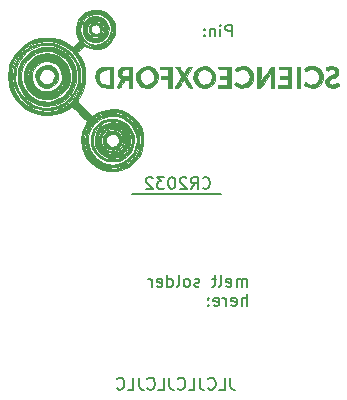
<source format=gbr>
%TF.GenerationSoftware,KiCad,Pcbnew,8.0.5*%
%TF.CreationDate,2025-02-18T11:52:43+00:00*%
%TF.ProjectId,solder_badge_SO,736f6c64-6572-45f6-9261-6467655f534f,v2*%
%TF.SameCoordinates,Original*%
%TF.FileFunction,Legend,Bot*%
%TF.FilePolarity,Positive*%
%FSLAX46Y46*%
G04 Gerber Fmt 4.6, Leading zero omitted, Abs format (unit mm)*
G04 Created by KiCad (PCBNEW 8.0.5) date 2025-02-18 11:52:43*
%MOMM*%
%LPD*%
G01*
G04 APERTURE LIST*
%ADD10C,0.150000*%
%ADD11C,0.010000*%
G04 APERTURE END LIST*
D10*
X233569048Y-149454819D02*
X233569048Y-150169104D01*
X233569048Y-150169104D02*
X233616667Y-150311961D01*
X233616667Y-150311961D02*
X233711905Y-150407200D01*
X233711905Y-150407200D02*
X233854762Y-150454819D01*
X233854762Y-150454819D02*
X233950000Y-150454819D01*
X232616667Y-150454819D02*
X233092857Y-150454819D01*
X233092857Y-150454819D02*
X233092857Y-149454819D01*
X231711905Y-150359580D02*
X231759524Y-150407200D01*
X231759524Y-150407200D02*
X231902381Y-150454819D01*
X231902381Y-150454819D02*
X231997619Y-150454819D01*
X231997619Y-150454819D02*
X232140476Y-150407200D01*
X232140476Y-150407200D02*
X232235714Y-150311961D01*
X232235714Y-150311961D02*
X232283333Y-150216723D01*
X232283333Y-150216723D02*
X232330952Y-150026247D01*
X232330952Y-150026247D02*
X232330952Y-149883390D01*
X232330952Y-149883390D02*
X232283333Y-149692914D01*
X232283333Y-149692914D02*
X232235714Y-149597676D01*
X232235714Y-149597676D02*
X232140476Y-149502438D01*
X232140476Y-149502438D02*
X231997619Y-149454819D01*
X231997619Y-149454819D02*
X231902381Y-149454819D01*
X231902381Y-149454819D02*
X231759524Y-149502438D01*
X231759524Y-149502438D02*
X231711905Y-149550057D01*
X230997619Y-149454819D02*
X230997619Y-150169104D01*
X230997619Y-150169104D02*
X231045238Y-150311961D01*
X231045238Y-150311961D02*
X231140476Y-150407200D01*
X231140476Y-150407200D02*
X231283333Y-150454819D01*
X231283333Y-150454819D02*
X231378571Y-150454819D01*
X230045238Y-150454819D02*
X230521428Y-150454819D01*
X230521428Y-150454819D02*
X230521428Y-149454819D01*
X229140476Y-150359580D02*
X229188095Y-150407200D01*
X229188095Y-150407200D02*
X229330952Y-150454819D01*
X229330952Y-150454819D02*
X229426190Y-150454819D01*
X229426190Y-150454819D02*
X229569047Y-150407200D01*
X229569047Y-150407200D02*
X229664285Y-150311961D01*
X229664285Y-150311961D02*
X229711904Y-150216723D01*
X229711904Y-150216723D02*
X229759523Y-150026247D01*
X229759523Y-150026247D02*
X229759523Y-149883390D01*
X229759523Y-149883390D02*
X229711904Y-149692914D01*
X229711904Y-149692914D02*
X229664285Y-149597676D01*
X229664285Y-149597676D02*
X229569047Y-149502438D01*
X229569047Y-149502438D02*
X229426190Y-149454819D01*
X229426190Y-149454819D02*
X229330952Y-149454819D01*
X229330952Y-149454819D02*
X229188095Y-149502438D01*
X229188095Y-149502438D02*
X229140476Y-149550057D01*
X228426190Y-149454819D02*
X228426190Y-150169104D01*
X228426190Y-150169104D02*
X228473809Y-150311961D01*
X228473809Y-150311961D02*
X228569047Y-150407200D01*
X228569047Y-150407200D02*
X228711904Y-150454819D01*
X228711904Y-150454819D02*
X228807142Y-150454819D01*
X227473809Y-150454819D02*
X227949999Y-150454819D01*
X227949999Y-150454819D02*
X227949999Y-149454819D01*
X226569047Y-150359580D02*
X226616666Y-150407200D01*
X226616666Y-150407200D02*
X226759523Y-150454819D01*
X226759523Y-150454819D02*
X226854761Y-150454819D01*
X226854761Y-150454819D02*
X226997618Y-150407200D01*
X226997618Y-150407200D02*
X227092856Y-150311961D01*
X227092856Y-150311961D02*
X227140475Y-150216723D01*
X227140475Y-150216723D02*
X227188094Y-150026247D01*
X227188094Y-150026247D02*
X227188094Y-149883390D01*
X227188094Y-149883390D02*
X227140475Y-149692914D01*
X227140475Y-149692914D02*
X227092856Y-149597676D01*
X227092856Y-149597676D02*
X226997618Y-149502438D01*
X226997618Y-149502438D02*
X226854761Y-149454819D01*
X226854761Y-149454819D02*
X226759523Y-149454819D01*
X226759523Y-149454819D02*
X226616666Y-149502438D01*
X226616666Y-149502438D02*
X226569047Y-149550057D01*
X225854761Y-149454819D02*
X225854761Y-150169104D01*
X225854761Y-150169104D02*
X225902380Y-150311961D01*
X225902380Y-150311961D02*
X225997618Y-150407200D01*
X225997618Y-150407200D02*
X226140475Y-150454819D01*
X226140475Y-150454819D02*
X226235713Y-150454819D01*
X224902380Y-150454819D02*
X225378570Y-150454819D01*
X225378570Y-150454819D02*
X225378570Y-149454819D01*
X223997618Y-150359580D02*
X224045237Y-150407200D01*
X224045237Y-150407200D02*
X224188094Y-150454819D01*
X224188094Y-150454819D02*
X224283332Y-150454819D01*
X224283332Y-150454819D02*
X224426189Y-150407200D01*
X224426189Y-150407200D02*
X224521427Y-150311961D01*
X224521427Y-150311961D02*
X224569046Y-150216723D01*
X224569046Y-150216723D02*
X224616665Y-150026247D01*
X224616665Y-150026247D02*
X224616665Y-149883390D01*
X224616665Y-149883390D02*
X224569046Y-149692914D01*
X224569046Y-149692914D02*
X224521427Y-149597676D01*
X224521427Y-149597676D02*
X224426189Y-149502438D01*
X224426189Y-149502438D02*
X224283332Y-149454819D01*
X224283332Y-149454819D02*
X224188094Y-149454819D01*
X224188094Y-149454819D02*
X224045237Y-149502438D01*
X224045237Y-149502438D02*
X223997618Y-149550057D01*
X234963220Y-141749847D02*
X234963220Y-141083180D01*
X234963220Y-141178418D02*
X234915601Y-141130799D01*
X234915601Y-141130799D02*
X234820363Y-141083180D01*
X234820363Y-141083180D02*
X234677506Y-141083180D01*
X234677506Y-141083180D02*
X234582268Y-141130799D01*
X234582268Y-141130799D02*
X234534649Y-141226037D01*
X234534649Y-141226037D02*
X234534649Y-141749847D01*
X234534649Y-141226037D02*
X234487030Y-141130799D01*
X234487030Y-141130799D02*
X234391792Y-141083180D01*
X234391792Y-141083180D02*
X234248935Y-141083180D01*
X234248935Y-141083180D02*
X234153696Y-141130799D01*
X234153696Y-141130799D02*
X234106077Y-141226037D01*
X234106077Y-141226037D02*
X234106077Y-141749847D01*
X233248935Y-141702228D02*
X233344173Y-141749847D01*
X233344173Y-141749847D02*
X233534649Y-141749847D01*
X233534649Y-141749847D02*
X233629887Y-141702228D01*
X233629887Y-141702228D02*
X233677506Y-141606989D01*
X233677506Y-141606989D02*
X233677506Y-141226037D01*
X233677506Y-141226037D02*
X233629887Y-141130799D01*
X233629887Y-141130799D02*
X233534649Y-141083180D01*
X233534649Y-141083180D02*
X233344173Y-141083180D01*
X233344173Y-141083180D02*
X233248935Y-141130799D01*
X233248935Y-141130799D02*
X233201316Y-141226037D01*
X233201316Y-141226037D02*
X233201316Y-141321275D01*
X233201316Y-141321275D02*
X233677506Y-141416513D01*
X232629887Y-141749847D02*
X232725125Y-141702228D01*
X232725125Y-141702228D02*
X232772744Y-141606989D01*
X232772744Y-141606989D02*
X232772744Y-140749847D01*
X232391791Y-141083180D02*
X232010839Y-141083180D01*
X232248934Y-140749847D02*
X232248934Y-141606989D01*
X232248934Y-141606989D02*
X232201315Y-141702228D01*
X232201315Y-141702228D02*
X232106077Y-141749847D01*
X232106077Y-141749847D02*
X232010839Y-141749847D01*
X230963219Y-141702228D02*
X230867981Y-141749847D01*
X230867981Y-141749847D02*
X230677505Y-141749847D01*
X230677505Y-141749847D02*
X230582267Y-141702228D01*
X230582267Y-141702228D02*
X230534648Y-141606989D01*
X230534648Y-141606989D02*
X230534648Y-141559370D01*
X230534648Y-141559370D02*
X230582267Y-141464132D01*
X230582267Y-141464132D02*
X230677505Y-141416513D01*
X230677505Y-141416513D02*
X230820362Y-141416513D01*
X230820362Y-141416513D02*
X230915600Y-141368894D01*
X230915600Y-141368894D02*
X230963219Y-141273656D01*
X230963219Y-141273656D02*
X230963219Y-141226037D01*
X230963219Y-141226037D02*
X230915600Y-141130799D01*
X230915600Y-141130799D02*
X230820362Y-141083180D01*
X230820362Y-141083180D02*
X230677505Y-141083180D01*
X230677505Y-141083180D02*
X230582267Y-141130799D01*
X229963219Y-141749847D02*
X230058457Y-141702228D01*
X230058457Y-141702228D02*
X230106076Y-141654608D01*
X230106076Y-141654608D02*
X230153695Y-141559370D01*
X230153695Y-141559370D02*
X230153695Y-141273656D01*
X230153695Y-141273656D02*
X230106076Y-141178418D01*
X230106076Y-141178418D02*
X230058457Y-141130799D01*
X230058457Y-141130799D02*
X229963219Y-141083180D01*
X229963219Y-141083180D02*
X229820362Y-141083180D01*
X229820362Y-141083180D02*
X229725124Y-141130799D01*
X229725124Y-141130799D02*
X229677505Y-141178418D01*
X229677505Y-141178418D02*
X229629886Y-141273656D01*
X229629886Y-141273656D02*
X229629886Y-141559370D01*
X229629886Y-141559370D02*
X229677505Y-141654608D01*
X229677505Y-141654608D02*
X229725124Y-141702228D01*
X229725124Y-141702228D02*
X229820362Y-141749847D01*
X229820362Y-141749847D02*
X229963219Y-141749847D01*
X229058457Y-141749847D02*
X229153695Y-141702228D01*
X229153695Y-141702228D02*
X229201314Y-141606989D01*
X229201314Y-141606989D02*
X229201314Y-140749847D01*
X228248933Y-141749847D02*
X228248933Y-140749847D01*
X228248933Y-141702228D02*
X228344171Y-141749847D01*
X228344171Y-141749847D02*
X228534647Y-141749847D01*
X228534647Y-141749847D02*
X228629885Y-141702228D01*
X228629885Y-141702228D02*
X228677504Y-141654608D01*
X228677504Y-141654608D02*
X228725123Y-141559370D01*
X228725123Y-141559370D02*
X228725123Y-141273656D01*
X228725123Y-141273656D02*
X228677504Y-141178418D01*
X228677504Y-141178418D02*
X228629885Y-141130799D01*
X228629885Y-141130799D02*
X228534647Y-141083180D01*
X228534647Y-141083180D02*
X228344171Y-141083180D01*
X228344171Y-141083180D02*
X228248933Y-141130799D01*
X227391790Y-141702228D02*
X227487028Y-141749847D01*
X227487028Y-141749847D02*
X227677504Y-141749847D01*
X227677504Y-141749847D02*
X227772742Y-141702228D01*
X227772742Y-141702228D02*
X227820361Y-141606989D01*
X227820361Y-141606989D02*
X227820361Y-141226037D01*
X227820361Y-141226037D02*
X227772742Y-141130799D01*
X227772742Y-141130799D02*
X227677504Y-141083180D01*
X227677504Y-141083180D02*
X227487028Y-141083180D01*
X227487028Y-141083180D02*
X227391790Y-141130799D01*
X227391790Y-141130799D02*
X227344171Y-141226037D01*
X227344171Y-141226037D02*
X227344171Y-141321275D01*
X227344171Y-141321275D02*
X227820361Y-141416513D01*
X226915599Y-141749847D02*
X226915599Y-141083180D01*
X226915599Y-141273656D02*
X226867980Y-141178418D01*
X226867980Y-141178418D02*
X226820361Y-141130799D01*
X226820361Y-141130799D02*
X226725123Y-141083180D01*
X226725123Y-141083180D02*
X226629885Y-141083180D01*
X234963220Y-143359791D02*
X234963220Y-142359791D01*
X234534649Y-143359791D02*
X234534649Y-142835981D01*
X234534649Y-142835981D02*
X234582268Y-142740743D01*
X234582268Y-142740743D02*
X234677506Y-142693124D01*
X234677506Y-142693124D02*
X234820363Y-142693124D01*
X234820363Y-142693124D02*
X234915601Y-142740743D01*
X234915601Y-142740743D02*
X234963220Y-142788362D01*
X233677506Y-143312172D02*
X233772744Y-143359791D01*
X233772744Y-143359791D02*
X233963220Y-143359791D01*
X233963220Y-143359791D02*
X234058458Y-143312172D01*
X234058458Y-143312172D02*
X234106077Y-143216933D01*
X234106077Y-143216933D02*
X234106077Y-142835981D01*
X234106077Y-142835981D02*
X234058458Y-142740743D01*
X234058458Y-142740743D02*
X233963220Y-142693124D01*
X233963220Y-142693124D02*
X233772744Y-142693124D01*
X233772744Y-142693124D02*
X233677506Y-142740743D01*
X233677506Y-142740743D02*
X233629887Y-142835981D01*
X233629887Y-142835981D02*
X233629887Y-142931219D01*
X233629887Y-142931219D02*
X234106077Y-143026457D01*
X233201315Y-143359791D02*
X233201315Y-142693124D01*
X233201315Y-142883600D02*
X233153696Y-142788362D01*
X233153696Y-142788362D02*
X233106077Y-142740743D01*
X233106077Y-142740743D02*
X233010839Y-142693124D01*
X233010839Y-142693124D02*
X232915601Y-142693124D01*
X232201315Y-143312172D02*
X232296553Y-143359791D01*
X232296553Y-143359791D02*
X232487029Y-143359791D01*
X232487029Y-143359791D02*
X232582267Y-143312172D01*
X232582267Y-143312172D02*
X232629886Y-143216933D01*
X232629886Y-143216933D02*
X232629886Y-142835981D01*
X232629886Y-142835981D02*
X232582267Y-142740743D01*
X232582267Y-142740743D02*
X232487029Y-142693124D01*
X232487029Y-142693124D02*
X232296553Y-142693124D01*
X232296553Y-142693124D02*
X232201315Y-142740743D01*
X232201315Y-142740743D02*
X232153696Y-142835981D01*
X232153696Y-142835981D02*
X232153696Y-142931219D01*
X232153696Y-142931219D02*
X232629886Y-143026457D01*
X231725124Y-143264552D02*
X231677505Y-143312172D01*
X231677505Y-143312172D02*
X231725124Y-143359791D01*
X231725124Y-143359791D02*
X231772743Y-143312172D01*
X231772743Y-143312172D02*
X231725124Y-143264552D01*
X231725124Y-143264552D02*
X231725124Y-143359791D01*
X231725124Y-142740743D02*
X231677505Y-142788362D01*
X231677505Y-142788362D02*
X231725124Y-142835981D01*
X231725124Y-142835981D02*
X231772743Y-142788362D01*
X231772743Y-142788362D02*
X231725124Y-142740743D01*
X231725124Y-142740743D02*
X231725124Y-142835981D01*
X231245238Y-133359580D02*
X231292857Y-133407200D01*
X231292857Y-133407200D02*
X231435714Y-133454819D01*
X231435714Y-133454819D02*
X231530952Y-133454819D01*
X231530952Y-133454819D02*
X231673809Y-133407200D01*
X231673809Y-133407200D02*
X231769047Y-133311961D01*
X231769047Y-133311961D02*
X231816666Y-133216723D01*
X231816666Y-133216723D02*
X231864285Y-133026247D01*
X231864285Y-133026247D02*
X231864285Y-132883390D01*
X231864285Y-132883390D02*
X231816666Y-132692914D01*
X231816666Y-132692914D02*
X231769047Y-132597676D01*
X231769047Y-132597676D02*
X231673809Y-132502438D01*
X231673809Y-132502438D02*
X231530952Y-132454819D01*
X231530952Y-132454819D02*
X231435714Y-132454819D01*
X231435714Y-132454819D02*
X231292857Y-132502438D01*
X231292857Y-132502438D02*
X231245238Y-132550057D01*
X230245238Y-133454819D02*
X230578571Y-132978628D01*
X230816666Y-133454819D02*
X230816666Y-132454819D01*
X230816666Y-132454819D02*
X230435714Y-132454819D01*
X230435714Y-132454819D02*
X230340476Y-132502438D01*
X230340476Y-132502438D02*
X230292857Y-132550057D01*
X230292857Y-132550057D02*
X230245238Y-132645295D01*
X230245238Y-132645295D02*
X230245238Y-132788152D01*
X230245238Y-132788152D02*
X230292857Y-132883390D01*
X230292857Y-132883390D02*
X230340476Y-132931009D01*
X230340476Y-132931009D02*
X230435714Y-132978628D01*
X230435714Y-132978628D02*
X230816666Y-132978628D01*
X229864285Y-132550057D02*
X229816666Y-132502438D01*
X229816666Y-132502438D02*
X229721428Y-132454819D01*
X229721428Y-132454819D02*
X229483333Y-132454819D01*
X229483333Y-132454819D02*
X229388095Y-132502438D01*
X229388095Y-132502438D02*
X229340476Y-132550057D01*
X229340476Y-132550057D02*
X229292857Y-132645295D01*
X229292857Y-132645295D02*
X229292857Y-132740533D01*
X229292857Y-132740533D02*
X229340476Y-132883390D01*
X229340476Y-132883390D02*
X229911904Y-133454819D01*
X229911904Y-133454819D02*
X229292857Y-133454819D01*
X228673809Y-132454819D02*
X228578571Y-132454819D01*
X228578571Y-132454819D02*
X228483333Y-132502438D01*
X228483333Y-132502438D02*
X228435714Y-132550057D01*
X228435714Y-132550057D02*
X228388095Y-132645295D01*
X228388095Y-132645295D02*
X228340476Y-132835771D01*
X228340476Y-132835771D02*
X228340476Y-133073866D01*
X228340476Y-133073866D02*
X228388095Y-133264342D01*
X228388095Y-133264342D02*
X228435714Y-133359580D01*
X228435714Y-133359580D02*
X228483333Y-133407200D01*
X228483333Y-133407200D02*
X228578571Y-133454819D01*
X228578571Y-133454819D02*
X228673809Y-133454819D01*
X228673809Y-133454819D02*
X228769047Y-133407200D01*
X228769047Y-133407200D02*
X228816666Y-133359580D01*
X228816666Y-133359580D02*
X228864285Y-133264342D01*
X228864285Y-133264342D02*
X228911904Y-133073866D01*
X228911904Y-133073866D02*
X228911904Y-132835771D01*
X228911904Y-132835771D02*
X228864285Y-132645295D01*
X228864285Y-132645295D02*
X228816666Y-132550057D01*
X228816666Y-132550057D02*
X228769047Y-132502438D01*
X228769047Y-132502438D02*
X228673809Y-132454819D01*
X228007142Y-132454819D02*
X227388095Y-132454819D01*
X227388095Y-132454819D02*
X227721428Y-132835771D01*
X227721428Y-132835771D02*
X227578571Y-132835771D01*
X227578571Y-132835771D02*
X227483333Y-132883390D01*
X227483333Y-132883390D02*
X227435714Y-132931009D01*
X227435714Y-132931009D02*
X227388095Y-133026247D01*
X227388095Y-133026247D02*
X227388095Y-133264342D01*
X227388095Y-133264342D02*
X227435714Y-133359580D01*
X227435714Y-133359580D02*
X227483333Y-133407200D01*
X227483333Y-133407200D02*
X227578571Y-133454819D01*
X227578571Y-133454819D02*
X227864285Y-133454819D01*
X227864285Y-133454819D02*
X227959523Y-133407200D01*
X227959523Y-133407200D02*
X228007142Y-133359580D01*
X227007142Y-132550057D02*
X226959523Y-132502438D01*
X226959523Y-132502438D02*
X226864285Y-132454819D01*
X226864285Y-132454819D02*
X226626190Y-132454819D01*
X226626190Y-132454819D02*
X226530952Y-132502438D01*
X226530952Y-132502438D02*
X226483333Y-132550057D01*
X226483333Y-132550057D02*
X226435714Y-132645295D01*
X226435714Y-132645295D02*
X226435714Y-132740533D01*
X226435714Y-132740533D02*
X226483333Y-132883390D01*
X226483333Y-132883390D02*
X227054761Y-133454819D01*
X227054761Y-133454819D02*
X226435714Y-133454819D01*
X233740475Y-120554819D02*
X233740475Y-119554819D01*
X233740475Y-119554819D02*
X233359523Y-119554819D01*
X233359523Y-119554819D02*
X233264285Y-119602438D01*
X233264285Y-119602438D02*
X233216666Y-119650057D01*
X233216666Y-119650057D02*
X233169047Y-119745295D01*
X233169047Y-119745295D02*
X233169047Y-119888152D01*
X233169047Y-119888152D02*
X233216666Y-119983390D01*
X233216666Y-119983390D02*
X233264285Y-120031009D01*
X233264285Y-120031009D02*
X233359523Y-120078628D01*
X233359523Y-120078628D02*
X233740475Y-120078628D01*
X232740475Y-120554819D02*
X232740475Y-119888152D01*
X232740475Y-119554819D02*
X232788094Y-119602438D01*
X232788094Y-119602438D02*
X232740475Y-119650057D01*
X232740475Y-119650057D02*
X232692856Y-119602438D01*
X232692856Y-119602438D02*
X232740475Y-119554819D01*
X232740475Y-119554819D02*
X232740475Y-119650057D01*
X232264285Y-119888152D02*
X232264285Y-120554819D01*
X232264285Y-119983390D02*
X232216666Y-119935771D01*
X232216666Y-119935771D02*
X232121428Y-119888152D01*
X232121428Y-119888152D02*
X231978571Y-119888152D01*
X231978571Y-119888152D02*
X231883333Y-119935771D01*
X231883333Y-119935771D02*
X231835714Y-120031009D01*
X231835714Y-120031009D02*
X231835714Y-120554819D01*
X231359523Y-120459580D02*
X231311904Y-120507200D01*
X231311904Y-120507200D02*
X231359523Y-120554819D01*
X231359523Y-120554819D02*
X231407142Y-120507200D01*
X231407142Y-120507200D02*
X231359523Y-120459580D01*
X231359523Y-120459580D02*
X231359523Y-120554819D01*
X231359523Y-119935771D02*
X231311904Y-119983390D01*
X231311904Y-119983390D02*
X231359523Y-120031009D01*
X231359523Y-120031009D02*
X231407142Y-119983390D01*
X231407142Y-119983390D02*
X231359523Y-119935771D01*
X231359523Y-119935771D02*
X231359523Y-120031009D01*
%TO.C,CR2032*%
X225230000Y-133920000D02*
X232830000Y-133920000D01*
D11*
%TO.C,G\u002A\u002A\u002A*%
X239468000Y-124888334D02*
X239214000Y-124888334D01*
X239214000Y-123110334D01*
X239468000Y-123110334D01*
X239468000Y-124888334D01*
G36*
X239468000Y-124888334D02*
G01*
X239214000Y-124888334D01*
X239214000Y-123110334D01*
X239468000Y-123110334D01*
X239468000Y-124888334D01*
G37*
X228630667Y-124888334D02*
X228334334Y-124888334D01*
X228334334Y-124126334D01*
X227741667Y-124126334D01*
X227741667Y-123872334D01*
X228334334Y-123872334D01*
X228334334Y-123322000D01*
X227974500Y-123322000D01*
X227801630Y-123321056D01*
X227694690Y-123314931D01*
X227639058Y-123298694D01*
X227617971Y-123267416D01*
X227614667Y-123216167D01*
X227614667Y-123110334D01*
X228630667Y-123110334D01*
X228630667Y-124888334D01*
G36*
X228630667Y-124888334D02*
G01*
X228334334Y-124888334D01*
X228334334Y-124126334D01*
X227741667Y-124126334D01*
X227741667Y-123872334D01*
X228334334Y-123872334D01*
X228334334Y-123322000D01*
X227974500Y-123322000D01*
X227801630Y-123321056D01*
X227694690Y-123314931D01*
X227639058Y-123298694D01*
X227617971Y-123267416D01*
X227614667Y-123216167D01*
X227614667Y-123110334D01*
X228630667Y-123110334D01*
X228630667Y-124888334D01*
G37*
X233626000Y-124888334D02*
X232525334Y-124888334D01*
X232525334Y-124634334D01*
X233329667Y-124634334D01*
X233329667Y-124126334D01*
X232694667Y-124126334D01*
X232694667Y-123872334D01*
X233329667Y-123872334D01*
X233329667Y-123322000D01*
X232948667Y-123322000D01*
X232915055Y-123321995D01*
X232746548Y-123320712D01*
X232643849Y-123314013D01*
X232590664Y-123297373D01*
X232570701Y-123266266D01*
X232567667Y-123216167D01*
X232567667Y-123110334D01*
X233626000Y-123110334D01*
X233626000Y-124888334D01*
G36*
X233626000Y-124888334D02*
G01*
X232525334Y-124888334D01*
X232525334Y-124634334D01*
X233329667Y-124634334D01*
X233329667Y-124126334D01*
X232694667Y-124126334D01*
X232694667Y-123872334D01*
X233329667Y-123872334D01*
X233329667Y-123322000D01*
X232948667Y-123322000D01*
X232915055Y-123321995D01*
X232746548Y-123320712D01*
X232643849Y-123314013D01*
X232590664Y-123297373D01*
X232570701Y-123266266D01*
X232567667Y-123216167D01*
X232567667Y-123110334D01*
X233626000Y-123110334D01*
X233626000Y-124888334D01*
G37*
X238748334Y-124888334D02*
X237647667Y-124888334D01*
X237647667Y-124634334D01*
X238452000Y-124634334D01*
X238452000Y-124126334D01*
X237817000Y-124126334D01*
X237817000Y-123872334D01*
X238452000Y-123872334D01*
X238452000Y-123322000D01*
X238071000Y-123322000D01*
X238037389Y-123321995D01*
X237868882Y-123320712D01*
X237766182Y-123314013D01*
X237712997Y-123297373D01*
X237693034Y-123266266D01*
X237690000Y-123216167D01*
X237690000Y-123110334D01*
X238748334Y-123110334D01*
X238748334Y-124888334D01*
G36*
X238748334Y-124888334D02*
G01*
X237647667Y-124888334D01*
X237647667Y-124634334D01*
X238452000Y-124634334D01*
X238452000Y-124126334D01*
X237817000Y-124126334D01*
X237817000Y-123872334D01*
X238452000Y-123872334D01*
X238452000Y-123322000D01*
X238071000Y-123322000D01*
X238037389Y-123321995D01*
X237868882Y-123320712D01*
X237766182Y-123314013D01*
X237712997Y-123297373D01*
X237693034Y-123266266D01*
X237690000Y-123216167D01*
X237690000Y-123110334D01*
X238748334Y-123110334D01*
X238748334Y-124888334D01*
G37*
X237309000Y-124888334D02*
X237055000Y-124888334D01*
X237055000Y-123560725D01*
X236604287Y-124224529D01*
X236570542Y-124274206D01*
X236420876Y-124493084D01*
X236308359Y-124652706D01*
X236224665Y-124762397D01*
X236161469Y-124831480D01*
X236110447Y-124869282D01*
X236063272Y-124885125D01*
X236011621Y-124888334D01*
X235869667Y-124888334D01*
X235869667Y-123110334D01*
X236177334Y-123110334D01*
X236157541Y-123761581D01*
X236137747Y-124412828D01*
X236568731Y-123772164D01*
X236580288Y-123754986D01*
X236731008Y-123532199D01*
X236844276Y-123369600D01*
X236928822Y-123257446D01*
X236993373Y-123185990D01*
X237046661Y-123145487D01*
X237097412Y-123126193D01*
X237154358Y-123118361D01*
X237309000Y-123105223D01*
X237309000Y-124888334D01*
G36*
X237309000Y-124888334D02*
G01*
X237055000Y-124888334D01*
X237055000Y-123560725D01*
X236604287Y-124224529D01*
X236570542Y-124274206D01*
X236420876Y-124493084D01*
X236308359Y-124652706D01*
X236224665Y-124762397D01*
X236161469Y-124831480D01*
X236110447Y-124869282D01*
X236063272Y-124885125D01*
X236011621Y-124888334D01*
X235869667Y-124888334D01*
X235869667Y-123110334D01*
X236177334Y-123110334D01*
X236157541Y-123761581D01*
X236137747Y-124412828D01*
X236568731Y-123772164D01*
X236580288Y-123754986D01*
X236731008Y-123532199D01*
X236844276Y-123369600D01*
X236928822Y-123257446D01*
X236993373Y-123185990D01*
X237046661Y-123145487D01*
X237097412Y-123126193D01*
X237154358Y-123118361D01*
X237309000Y-123105223D01*
X237309000Y-124888334D01*
G37*
X223677667Y-124888334D02*
X223286084Y-124888097D01*
X223184566Y-124887181D01*
X222928975Y-124872966D01*
X222733084Y-124838298D01*
X222579158Y-124778997D01*
X222449459Y-124690882D01*
X222291600Y-124514695D01*
X222187928Y-124280790D01*
X222153667Y-123999660D01*
X222155350Y-123978167D01*
X222450317Y-123978167D01*
X222481892Y-124200500D01*
X222584866Y-124399135D01*
X222756530Y-124549896D01*
X222756804Y-124550062D01*
X222920086Y-124613827D01*
X223137917Y-124634175D01*
X223381334Y-124634334D01*
X223381334Y-123309939D01*
X223126272Y-123336598D01*
X222955324Y-123363657D01*
X222729639Y-123443944D01*
X222572352Y-123571124D01*
X222480299Y-123748197D01*
X222450317Y-123978167D01*
X222155350Y-123978167D01*
X222172671Y-123756953D01*
X222248287Y-123517623D01*
X222384852Y-123331008D01*
X222585897Y-123190495D01*
X222606337Y-123180491D01*
X222701295Y-123145906D01*
X222820141Y-123124415D01*
X222983080Y-123113421D01*
X223210314Y-123110334D01*
X223677667Y-123110334D01*
X223677667Y-124634334D01*
X223677667Y-124888334D01*
G36*
X223677667Y-124888334D02*
G01*
X223286084Y-124888097D01*
X223184566Y-124887181D01*
X222928975Y-124872966D01*
X222733084Y-124838298D01*
X222579158Y-124778997D01*
X222449459Y-124690882D01*
X222291600Y-124514695D01*
X222187928Y-124280790D01*
X222153667Y-123999660D01*
X222155350Y-123978167D01*
X222450317Y-123978167D01*
X222481892Y-124200500D01*
X222584866Y-124399135D01*
X222756530Y-124549896D01*
X222756804Y-124550062D01*
X222920086Y-124613827D01*
X223137917Y-124634175D01*
X223381334Y-124634334D01*
X223381334Y-123309939D01*
X223126272Y-123336598D01*
X222955324Y-123363657D01*
X222729639Y-123443944D01*
X222572352Y-123571124D01*
X222480299Y-123748197D01*
X222450317Y-123978167D01*
X222155350Y-123978167D01*
X222172671Y-123756953D01*
X222248287Y-123517623D01*
X222384852Y-123331008D01*
X222585897Y-123190495D01*
X222606337Y-123180491D01*
X222701295Y-123145906D01*
X222820141Y-123124415D01*
X222983080Y-123113421D01*
X223210314Y-123110334D01*
X223677667Y-123110334D01*
X223677667Y-124634334D01*
X223677667Y-124888334D01*
G37*
X222764044Y-120038120D02*
X222693656Y-120227430D01*
X222551776Y-120398884D01*
X222532576Y-120415479D01*
X222431140Y-120487045D01*
X222325108Y-120520025D01*
X222174834Y-120528000D01*
X222145096Y-120527832D01*
X222004928Y-120516640D01*
X221902409Y-120478184D01*
X221797892Y-120398884D01*
X221748773Y-120351336D01*
X221631711Y-120175538D01*
X221582430Y-119984878D01*
X221587148Y-119916735D01*
X221766910Y-119916735D01*
X221795580Y-120082885D01*
X221896411Y-120234923D01*
X221955018Y-120285399D01*
X222114051Y-120355308D01*
X222281400Y-120343286D01*
X222446752Y-120249070D01*
X222522070Y-120175417D01*
X222566268Y-120084128D01*
X222577000Y-119950813D01*
X222559310Y-119819039D01*
X222481199Y-119666146D01*
X222355313Y-119563614D01*
X222197637Y-119522877D01*
X222024159Y-119555372D01*
X221910730Y-119623624D01*
X221806571Y-119756855D01*
X221766910Y-119916735D01*
X221587148Y-119916735D01*
X221595604Y-119794619D01*
X221665909Y-119620021D01*
X221788018Y-119476348D01*
X221956608Y-119378862D01*
X222166353Y-119342825D01*
X222234191Y-119345964D01*
X222439582Y-119400739D01*
X222600708Y-119512264D01*
X222712124Y-119665616D01*
X222768385Y-119845875D01*
X222766015Y-119950813D01*
X222764044Y-120038120D01*
G36*
X222764044Y-120038120D02*
G01*
X222693656Y-120227430D01*
X222551776Y-120398884D01*
X222532576Y-120415479D01*
X222431140Y-120487045D01*
X222325108Y-120520025D01*
X222174834Y-120528000D01*
X222145096Y-120527832D01*
X222004928Y-120516640D01*
X221902409Y-120478184D01*
X221797892Y-120398884D01*
X221748773Y-120351336D01*
X221631711Y-120175538D01*
X221582430Y-119984878D01*
X221587148Y-119916735D01*
X221766910Y-119916735D01*
X221795580Y-120082885D01*
X221896411Y-120234923D01*
X221955018Y-120285399D01*
X222114051Y-120355308D01*
X222281400Y-120343286D01*
X222446752Y-120249070D01*
X222522070Y-120175417D01*
X222566268Y-120084128D01*
X222577000Y-119950813D01*
X222559310Y-119819039D01*
X222481199Y-119666146D01*
X222355313Y-119563614D01*
X222197637Y-119522877D01*
X222024159Y-119555372D01*
X221910730Y-119623624D01*
X221806571Y-119756855D01*
X221766910Y-119916735D01*
X221587148Y-119916735D01*
X221595604Y-119794619D01*
X221665909Y-119620021D01*
X221788018Y-119476348D01*
X221956608Y-119378862D01*
X222166353Y-119342825D01*
X222234191Y-119345964D01*
X222439582Y-119400739D01*
X222600708Y-119512264D01*
X222712124Y-119665616D01*
X222768385Y-119845875D01*
X222766015Y-119950813D01*
X222764044Y-120038120D01*
G37*
X225286334Y-124888334D02*
X224990000Y-124888334D01*
X224990000Y-124211000D01*
X224810084Y-124211594D01*
X224630167Y-124212189D01*
X224448371Y-124550261D01*
X224364505Y-124703208D01*
X224300116Y-124805861D01*
X224247292Y-124861306D01*
X224192021Y-124883983D01*
X224120287Y-124888334D01*
X224102510Y-124888058D01*
X224011197Y-124875858D01*
X223974000Y-124851152D01*
X223978973Y-124833702D01*
X224015606Y-124752734D01*
X224080089Y-124625977D01*
X224163134Y-124472042D01*
X224352268Y-124130114D01*
X224229747Y-124007593D01*
X224199078Y-123974562D01*
X224094267Y-123795018D01*
X224080133Y-123703636D01*
X224366334Y-123703636D01*
X224439667Y-123830000D01*
X224492521Y-123870856D01*
X224596848Y-123904911D01*
X224757167Y-123914667D01*
X224990000Y-123914667D01*
X224990000Y-123310155D01*
X224746584Y-123335230D01*
X224639232Y-123349916D01*
X224509485Y-123388722D01*
X224429084Y-123451676D01*
X224369784Y-123562142D01*
X224366334Y-123703636D01*
X224080133Y-123703636D01*
X224063923Y-123598828D01*
X224108115Y-123404842D01*
X224226912Y-123231909D01*
X224264074Y-123195735D01*
X224317179Y-123154763D01*
X224380438Y-123129572D01*
X224472477Y-123116327D01*
X224611925Y-123111193D01*
X224817411Y-123110334D01*
X225286334Y-123110334D01*
X225286334Y-123914667D01*
X225286334Y-124888334D01*
G36*
X225286334Y-124888334D02*
G01*
X224990000Y-124888334D01*
X224990000Y-124211000D01*
X224810084Y-124211594D01*
X224630167Y-124212189D01*
X224448371Y-124550261D01*
X224364505Y-124703208D01*
X224300116Y-124805861D01*
X224247292Y-124861306D01*
X224192021Y-124883983D01*
X224120287Y-124888334D01*
X224102510Y-124888058D01*
X224011197Y-124875858D01*
X223974000Y-124851152D01*
X223978973Y-124833702D01*
X224015606Y-124752734D01*
X224080089Y-124625977D01*
X224163134Y-124472042D01*
X224352268Y-124130114D01*
X224229747Y-124007593D01*
X224199078Y-123974562D01*
X224094267Y-123795018D01*
X224080133Y-123703636D01*
X224366334Y-123703636D01*
X224439667Y-123830000D01*
X224492521Y-123870856D01*
X224596848Y-123904911D01*
X224757167Y-123914667D01*
X224990000Y-123914667D01*
X224990000Y-123310155D01*
X224746584Y-123335230D01*
X224639232Y-123349916D01*
X224509485Y-123388722D01*
X224429084Y-123451676D01*
X224369784Y-123562142D01*
X224366334Y-123703636D01*
X224080133Y-123703636D01*
X224063923Y-123598828D01*
X224108115Y-123404842D01*
X224226912Y-123231909D01*
X224264074Y-123195735D01*
X224317179Y-123154763D01*
X224380438Y-123129572D01*
X224472477Y-123116327D01*
X224611925Y-123111193D01*
X224817411Y-123110334D01*
X225286334Y-123110334D01*
X225286334Y-123914667D01*
X225286334Y-124888334D01*
G37*
X240701178Y-123085609D02*
X240902445Y-123150173D01*
X240943993Y-123172668D01*
X241158428Y-123341464D01*
X241310823Y-123559979D01*
X241394054Y-123814748D01*
X241400996Y-124092308D01*
X241390406Y-124164835D01*
X241306777Y-124434165D01*
X241161458Y-124646924D01*
X240956927Y-124800300D01*
X240695667Y-124891483D01*
X240487915Y-124908257D01*
X240229622Y-124874020D01*
X239997638Y-124787762D01*
X239948676Y-124759739D01*
X239846141Y-124675332D01*
X239820973Y-124589751D01*
X239868403Y-124492084D01*
X239884311Y-124471791D01*
X239924665Y-124438589D01*
X239975227Y-124450540D01*
X240064867Y-124510324D01*
X240195248Y-124579721D01*
X240404662Y-124627877D01*
X240617932Y-124617886D01*
X240803946Y-124548155D01*
X240851669Y-124514159D01*
X240986229Y-124363865D01*
X241081288Y-124174826D01*
X241118071Y-123980949D01*
X241106989Y-123875848D01*
X241038084Y-123687238D01*
X240922083Y-123519905D01*
X240777559Y-123405251D01*
X240578744Y-123335176D01*
X240374413Y-123336475D01*
X240152503Y-123413443D01*
X240063804Y-123455284D01*
X239988867Y-123480936D01*
X239944973Y-123470890D01*
X239906304Y-123426518D01*
X239872738Y-123374328D01*
X239856228Y-123295651D01*
X239906708Y-123228423D01*
X240031699Y-123156443D01*
X240223127Y-123093108D01*
X240463242Y-123066670D01*
X240701178Y-123085609D01*
G36*
X240701178Y-123085609D02*
G01*
X240902445Y-123150173D01*
X240943993Y-123172668D01*
X241158428Y-123341464D01*
X241310823Y-123559979D01*
X241394054Y-123814748D01*
X241400996Y-124092308D01*
X241390406Y-124164835D01*
X241306777Y-124434165D01*
X241161458Y-124646924D01*
X240956927Y-124800300D01*
X240695667Y-124891483D01*
X240487915Y-124908257D01*
X240229622Y-124874020D01*
X239997638Y-124787762D01*
X239948676Y-124759739D01*
X239846141Y-124675332D01*
X239820973Y-124589751D01*
X239868403Y-124492084D01*
X239884311Y-124471791D01*
X239924665Y-124438589D01*
X239975227Y-124450540D01*
X240064867Y-124510324D01*
X240195248Y-124579721D01*
X240404662Y-124627877D01*
X240617932Y-124617886D01*
X240803946Y-124548155D01*
X240851669Y-124514159D01*
X240986229Y-124363865D01*
X241081288Y-124174826D01*
X241118071Y-123980949D01*
X241106989Y-123875848D01*
X241038084Y-123687238D01*
X240922083Y-123519905D01*
X240777559Y-123405251D01*
X240578744Y-123335176D01*
X240374413Y-123336475D01*
X240152503Y-123413443D01*
X240063804Y-123455284D01*
X239988867Y-123480936D01*
X239944973Y-123470890D01*
X239906304Y-123426518D01*
X239872738Y-123374328D01*
X239856228Y-123295651D01*
X239906708Y-123228423D01*
X240031699Y-123156443D01*
X240223127Y-123093108D01*
X240463242Y-123066670D01*
X240701178Y-123085609D01*
G37*
X218998717Y-123939153D02*
X218977953Y-124181155D01*
X218893979Y-124421801D01*
X218741970Y-124615891D01*
X218518096Y-124770045D01*
X218439487Y-124807438D01*
X218177669Y-124881923D01*
X217925328Y-124884643D01*
X217690769Y-124824550D01*
X217482294Y-124710594D01*
X217308207Y-124551725D01*
X217176811Y-124356893D01*
X217096411Y-124135049D01*
X217076947Y-123913762D01*
X217395005Y-123913762D01*
X217413851Y-124106140D01*
X217497001Y-124289641D01*
X217650731Y-124450948D01*
X217834263Y-124551507D01*
X218044357Y-124588544D01*
X218249748Y-124554545D01*
X218435529Y-124454844D01*
X218586794Y-124294772D01*
X218688635Y-124079662D01*
X218691707Y-124068930D01*
X218704512Y-123874185D01*
X218648563Y-123679762D01*
X218536465Y-123505600D01*
X218380827Y-123371635D01*
X218194254Y-123297807D01*
X218045609Y-123284879D01*
X217837102Y-123321860D01*
X217661511Y-123416557D01*
X217525113Y-123555652D01*
X217434185Y-123725827D01*
X217395005Y-123913762D01*
X217076947Y-123913762D01*
X217075309Y-123895143D01*
X217121810Y-123646125D01*
X217244216Y-123396945D01*
X217324425Y-123292873D01*
X217525731Y-123124026D01*
X217761775Y-123018930D01*
X218016877Y-122978980D01*
X218275357Y-123005570D01*
X218521537Y-123100095D01*
X218739736Y-123263948D01*
X218832374Y-123365715D01*
X218931489Y-123524091D01*
X218983251Y-123705628D01*
X218994415Y-123874185D01*
X218998717Y-123939153D01*
G36*
X218998717Y-123939153D02*
G01*
X218977953Y-124181155D01*
X218893979Y-124421801D01*
X218741970Y-124615891D01*
X218518096Y-124770045D01*
X218439487Y-124807438D01*
X218177669Y-124881923D01*
X217925328Y-124884643D01*
X217690769Y-124824550D01*
X217482294Y-124710594D01*
X217308207Y-124551725D01*
X217176811Y-124356893D01*
X217096411Y-124135049D01*
X217076947Y-123913762D01*
X217395005Y-123913762D01*
X217413851Y-124106140D01*
X217497001Y-124289641D01*
X217650731Y-124450948D01*
X217834263Y-124551507D01*
X218044357Y-124588544D01*
X218249748Y-124554545D01*
X218435529Y-124454844D01*
X218586794Y-124294772D01*
X218688635Y-124079662D01*
X218691707Y-124068930D01*
X218704512Y-123874185D01*
X218648563Y-123679762D01*
X218536465Y-123505600D01*
X218380827Y-123371635D01*
X218194254Y-123297807D01*
X218045609Y-123284879D01*
X217837102Y-123321860D01*
X217661511Y-123416557D01*
X217525113Y-123555652D01*
X217434185Y-123725827D01*
X217395005Y-123913762D01*
X217076947Y-123913762D01*
X217075309Y-123895143D01*
X217121810Y-123646125D01*
X217244216Y-123396945D01*
X217324425Y-123292873D01*
X217525731Y-123124026D01*
X217761775Y-123018930D01*
X218016877Y-122978980D01*
X218275357Y-123005570D01*
X218521537Y-123100095D01*
X218739736Y-123263948D01*
X218832374Y-123365715D01*
X218931489Y-123524091D01*
X218983251Y-123705628D01*
X218994415Y-123874185D01*
X218998717Y-123939153D01*
G37*
X234833138Y-123085272D02*
X235069259Y-123166500D01*
X235158772Y-123219866D01*
X235348737Y-123395445D01*
X235470276Y-123620825D01*
X235523515Y-123896211D01*
X235524135Y-123906457D01*
X235508381Y-124207206D01*
X235423467Y-124459387D01*
X235268895Y-124663962D01*
X235044167Y-124821896D01*
X235000501Y-124840323D01*
X234832432Y-124875639D01*
X234603386Y-124888073D01*
X234497435Y-124886739D01*
X234344196Y-124873628D01*
X234224705Y-124840660D01*
X234105970Y-124780716D01*
X234021388Y-124726745D01*
X233940713Y-124648228D01*
X233933904Y-124575187D01*
X233996417Y-124495806D01*
X234018741Y-124476812D01*
X234068824Y-124454500D01*
X234133200Y-124471322D01*
X234239834Y-124531361D01*
X234335093Y-124580261D01*
X234551323Y-124633360D01*
X234759776Y-124614651D01*
X234946387Y-124531956D01*
X235097094Y-124393096D01*
X235197831Y-124205892D01*
X235234536Y-123978167D01*
X235234462Y-123967153D01*
X235195312Y-123737102D01*
X235092876Y-123551646D01*
X234939645Y-123418406D01*
X234748112Y-123345001D01*
X234530770Y-123339051D01*
X234300109Y-123408177D01*
X234181445Y-123461873D01*
X234110920Y-123482551D01*
X234068337Y-123469662D01*
X234029135Y-123424705D01*
X233989729Y-123361342D01*
X233987703Y-123297725D01*
X234047052Y-123237040D01*
X234176836Y-123163250D01*
X234313508Y-123108778D01*
X234570711Y-123065993D01*
X234833138Y-123085272D01*
G36*
X234833138Y-123085272D02*
G01*
X235069259Y-123166500D01*
X235158772Y-123219866D01*
X235348737Y-123395445D01*
X235470276Y-123620825D01*
X235523515Y-123896211D01*
X235524135Y-123906457D01*
X235508381Y-124207206D01*
X235423467Y-124459387D01*
X235268895Y-124663962D01*
X235044167Y-124821896D01*
X235000501Y-124840323D01*
X234832432Y-124875639D01*
X234603386Y-124888073D01*
X234497435Y-124886739D01*
X234344196Y-124873628D01*
X234224705Y-124840660D01*
X234105970Y-124780716D01*
X234021388Y-124726745D01*
X233940713Y-124648228D01*
X233933904Y-124575187D01*
X233996417Y-124495806D01*
X234018741Y-124476812D01*
X234068824Y-124454500D01*
X234133200Y-124471322D01*
X234239834Y-124531361D01*
X234335093Y-124580261D01*
X234551323Y-124633360D01*
X234759776Y-124614651D01*
X234946387Y-124531956D01*
X235097094Y-124393096D01*
X235197831Y-124205892D01*
X235234536Y-123978167D01*
X235234462Y-123967153D01*
X235195312Y-123737102D01*
X235092876Y-123551646D01*
X234939645Y-123418406D01*
X234748112Y-123345001D01*
X234530770Y-123339051D01*
X234300109Y-123408177D01*
X234181445Y-123461873D01*
X234110920Y-123482551D01*
X234068337Y-123469662D01*
X234029135Y-123424705D01*
X233989729Y-123361342D01*
X233987703Y-123297725D01*
X234047052Y-123237040D01*
X234176836Y-123163250D01*
X234313508Y-123108778D01*
X234570711Y-123065993D01*
X234833138Y-123085272D01*
G37*
X230064085Y-123536646D02*
X229806549Y-123962959D01*
X230030013Y-124330396D01*
X230090661Y-124429916D01*
X230188167Y-124589096D01*
X230267810Y-124718113D01*
X230316583Y-124795844D01*
X230341611Y-124835941D01*
X230352659Y-124875400D01*
X230309874Y-124886617D01*
X230197959Y-124880511D01*
X230175464Y-124878808D01*
X230095725Y-124868179D01*
X230035519Y-124841663D01*
X229979563Y-124784796D01*
X229912571Y-124683117D01*
X229819260Y-124522160D01*
X229622291Y-124177154D01*
X229420029Y-124532744D01*
X229385224Y-124593836D01*
X229301361Y-124736406D01*
X229240154Y-124823435D01*
X229187329Y-124868627D01*
X229128611Y-124885691D01*
X229049728Y-124888334D01*
X229032921Y-124888409D01*
X228967407Y-124888210D01*
X228927063Y-124879243D01*
X228914940Y-124850860D01*
X228934092Y-124792416D01*
X228987568Y-124693264D01*
X229078423Y-124542756D01*
X229209707Y-124330247D01*
X229436627Y-123962660D01*
X229198198Y-123568247D01*
X229118300Y-123436049D01*
X229031772Y-123292805D01*
X228969350Y-123189378D01*
X228940886Y-123142084D01*
X228941437Y-123134344D01*
X228991072Y-123117181D01*
X229092394Y-123110334D01*
X229174383Y-123113186D01*
X229236216Y-123131501D01*
X229291042Y-123179805D01*
X229355161Y-123272629D01*
X229444873Y-123424500D01*
X229626962Y-123738666D01*
X229795206Y-123424500D01*
X229963449Y-123110334D01*
X230321622Y-123110334D01*
X230064085Y-123536646D01*
G36*
X230064085Y-123536646D02*
G01*
X229806549Y-123962959D01*
X230030013Y-124330396D01*
X230090661Y-124429916D01*
X230188167Y-124589096D01*
X230267810Y-124718113D01*
X230316583Y-124795844D01*
X230341611Y-124835941D01*
X230352659Y-124875400D01*
X230309874Y-124886617D01*
X230197959Y-124880511D01*
X230175464Y-124878808D01*
X230095725Y-124868179D01*
X230035519Y-124841663D01*
X229979563Y-124784796D01*
X229912571Y-124683117D01*
X229819260Y-124522160D01*
X229622291Y-124177154D01*
X229420029Y-124532744D01*
X229385224Y-124593836D01*
X229301361Y-124736406D01*
X229240154Y-124823435D01*
X229187329Y-124868627D01*
X229128611Y-124885691D01*
X229049728Y-124888334D01*
X229032921Y-124888409D01*
X228967407Y-124888210D01*
X228927063Y-124879243D01*
X228914940Y-124850860D01*
X228934092Y-124792416D01*
X228987568Y-124693264D01*
X229078423Y-124542756D01*
X229209707Y-124330247D01*
X229436627Y-123962660D01*
X229198198Y-123568247D01*
X229118300Y-123436049D01*
X229031772Y-123292805D01*
X228969350Y-123189378D01*
X228940886Y-123142084D01*
X228941437Y-123134344D01*
X228991072Y-123117181D01*
X229092394Y-123110334D01*
X229174383Y-123113186D01*
X229236216Y-123131501D01*
X229291042Y-123179805D01*
X229355161Y-123272629D01*
X229444873Y-123424500D01*
X229626962Y-123738666D01*
X229795206Y-123424500D01*
X229963449Y-123110334D01*
X230321622Y-123110334D01*
X230064085Y-123536646D01*
G37*
X227436617Y-124068638D02*
X227384362Y-124301729D01*
X227279180Y-124514185D01*
X227125308Y-124692004D01*
X226926985Y-124821183D01*
X226688449Y-124887720D01*
X226649125Y-124891774D01*
X226426993Y-124894409D01*
X226220510Y-124866480D01*
X226062652Y-124811978D01*
X225950168Y-124729609D01*
X225808665Y-124570760D01*
X225691993Y-124380876D01*
X225621279Y-124189741D01*
X225606976Y-124112405D01*
X225605255Y-123874763D01*
X225900011Y-123874763D01*
X225900936Y-124087101D01*
X225978982Y-124293784D01*
X226133526Y-124481605D01*
X226154507Y-124500348D01*
X226266194Y-124585675D01*
X226369571Y-124624892D01*
X226504295Y-124634334D01*
X226659316Y-124616725D01*
X226850024Y-124536122D01*
X226996883Y-124403579D01*
X227094864Y-124233867D01*
X227138942Y-124041757D01*
X227124091Y-123842022D01*
X227045283Y-123649433D01*
X226897494Y-123478761D01*
X226872668Y-123458664D01*
X226676192Y-123351156D01*
X226475279Y-123326921D01*
X226277019Y-123385540D01*
X226088499Y-123526595D01*
X225976830Y-123669974D01*
X225900011Y-123874763D01*
X225605255Y-123874763D01*
X225605007Y-123840524D01*
X225675272Y-123593123D01*
X225809077Y-123381233D01*
X225997726Y-123215883D01*
X226232524Y-123108106D01*
X226504777Y-123068930D01*
X226678469Y-123081618D01*
X226942566Y-123161983D01*
X227164922Y-123313663D01*
X227233427Y-123385571D01*
X227365387Y-123596556D01*
X227431705Y-123828912D01*
X227436067Y-124041757D01*
X227436617Y-124068638D01*
G36*
X227436617Y-124068638D02*
G01*
X227384362Y-124301729D01*
X227279180Y-124514185D01*
X227125308Y-124692004D01*
X226926985Y-124821183D01*
X226688449Y-124887720D01*
X226649125Y-124891774D01*
X226426993Y-124894409D01*
X226220510Y-124866480D01*
X226062652Y-124811978D01*
X225950168Y-124729609D01*
X225808665Y-124570760D01*
X225691993Y-124380876D01*
X225621279Y-124189741D01*
X225606976Y-124112405D01*
X225605255Y-123874763D01*
X225900011Y-123874763D01*
X225900936Y-124087101D01*
X225978982Y-124293784D01*
X226133526Y-124481605D01*
X226154507Y-124500348D01*
X226266194Y-124585675D01*
X226369571Y-124624892D01*
X226504295Y-124634334D01*
X226659316Y-124616725D01*
X226850024Y-124536122D01*
X226996883Y-124403579D01*
X227094864Y-124233867D01*
X227138942Y-124041757D01*
X227124091Y-123842022D01*
X227045283Y-123649433D01*
X226897494Y-123478761D01*
X226872668Y-123458664D01*
X226676192Y-123351156D01*
X226475279Y-123326921D01*
X226277019Y-123385540D01*
X226088499Y-123526595D01*
X225976830Y-123669974D01*
X225900011Y-123874763D01*
X225605255Y-123874763D01*
X225605007Y-123840524D01*
X225675272Y-123593123D01*
X225809077Y-123381233D01*
X225997726Y-123215883D01*
X226232524Y-123108106D01*
X226504777Y-123068930D01*
X226678469Y-123081618D01*
X226942566Y-123161983D01*
X227164922Y-123313663D01*
X227233427Y-123385571D01*
X227365387Y-123596556D01*
X227431705Y-123828912D01*
X227436067Y-124041757D01*
X227436617Y-124068638D01*
G37*
X232298546Y-124098921D02*
X232271279Y-124240967D01*
X232168001Y-124483847D01*
X232006520Y-124680278D01*
X231797605Y-124818874D01*
X231552026Y-124888248D01*
X231502164Y-124893141D01*
X231287010Y-124893963D01*
X231086419Y-124866119D01*
X230934183Y-124813689D01*
X230930503Y-124811662D01*
X230803872Y-124713369D01*
X230672700Y-124569070D01*
X230561901Y-124409880D01*
X230496387Y-124266913D01*
X230463879Y-124106154D01*
X230464435Y-124029050D01*
X230759323Y-124029050D01*
X230812032Y-124231147D01*
X230917907Y-124414588D01*
X231062251Y-124548070D01*
X231117539Y-124577486D01*
X231315417Y-124629053D01*
X231523554Y-124618665D01*
X231707874Y-124546407D01*
X231799316Y-124470408D01*
X231919889Y-124300675D01*
X231993216Y-124101448D01*
X232004452Y-123904841D01*
X231999786Y-123875060D01*
X231928532Y-123672390D01*
X231804003Y-123509214D01*
X231641820Y-123393823D01*
X231457606Y-123334505D01*
X231266982Y-123339551D01*
X231085570Y-123417250D01*
X230961533Y-123515874D01*
X230824867Y-123694010D01*
X230760216Y-123904841D01*
X230759323Y-124029050D01*
X230464435Y-124029050D01*
X230465854Y-123832488D01*
X230538449Y-123585449D01*
X230674028Y-123375351D01*
X230864959Y-123212511D01*
X231103605Y-123107242D01*
X231382334Y-123069860D01*
X231629208Y-123099156D01*
X231874393Y-123198124D01*
X232072721Y-123357469D01*
X232215390Y-123567308D01*
X232293599Y-123817753D01*
X232295132Y-123904841D01*
X232298546Y-124098921D01*
G36*
X232298546Y-124098921D02*
G01*
X232271279Y-124240967D01*
X232168001Y-124483847D01*
X232006520Y-124680278D01*
X231797605Y-124818874D01*
X231552026Y-124888248D01*
X231502164Y-124893141D01*
X231287010Y-124893963D01*
X231086419Y-124866119D01*
X230934183Y-124813689D01*
X230930503Y-124811662D01*
X230803872Y-124713369D01*
X230672700Y-124569070D01*
X230561901Y-124409880D01*
X230496387Y-124266913D01*
X230463879Y-124106154D01*
X230464435Y-124029050D01*
X230759323Y-124029050D01*
X230812032Y-124231147D01*
X230917907Y-124414588D01*
X231062251Y-124548070D01*
X231117539Y-124577486D01*
X231315417Y-124629053D01*
X231523554Y-124618665D01*
X231707874Y-124546407D01*
X231799316Y-124470408D01*
X231919889Y-124300675D01*
X231993216Y-124101448D01*
X232004452Y-123904841D01*
X231999786Y-123875060D01*
X231928532Y-123672390D01*
X231804003Y-123509214D01*
X231641820Y-123393823D01*
X231457606Y-123334505D01*
X231266982Y-123339551D01*
X231085570Y-123417250D01*
X230961533Y-123515874D01*
X230824867Y-123694010D01*
X230760216Y-123904841D01*
X230759323Y-124029050D01*
X230464435Y-124029050D01*
X230465854Y-123832488D01*
X230538449Y-123585449D01*
X230674028Y-123375351D01*
X230864959Y-123212511D01*
X231103605Y-123107242D01*
X231382334Y-123069860D01*
X231629208Y-123099156D01*
X231874393Y-123198124D01*
X232072721Y-123357469D01*
X232215390Y-123567308D01*
X232293599Y-123817753D01*
X232295132Y-123904841D01*
X232298546Y-124098921D01*
G37*
X224389355Y-129401878D02*
X224386922Y-129436901D01*
X224365629Y-129596068D01*
X224322795Y-129713310D01*
X224246200Y-129824719D01*
X224215765Y-129859941D01*
X224094236Y-129974592D01*
X223973600Y-130059127D01*
X223843659Y-130106699D01*
X223639230Y-130135064D01*
X223425865Y-130126693D01*
X223241729Y-130080473D01*
X223134841Y-130019355D01*
X222987688Y-129885794D01*
X222870110Y-129724494D01*
X222806764Y-129564694D01*
X222791006Y-129344023D01*
X223042667Y-129344023D01*
X223043812Y-129410968D01*
X223060246Y-129522030D01*
X223109196Y-129612362D01*
X223207020Y-129719314D01*
X223266879Y-129777283D01*
X223359406Y-129847218D01*
X223455393Y-129877263D01*
X223593000Y-129883667D01*
X223672573Y-129882265D01*
X223783632Y-129865512D01*
X223873048Y-129816611D01*
X223978981Y-129719314D01*
X224008693Y-129689112D01*
X224094479Y-129586199D01*
X224133812Y-129491538D01*
X224143176Y-129370064D01*
X224140756Y-129311971D01*
X224088804Y-129108211D01*
X223980653Y-128949720D01*
X223831565Y-128841767D01*
X223656802Y-128789621D01*
X223471624Y-128798548D01*
X223291294Y-128873817D01*
X223131072Y-129020697D01*
X223123103Y-129031175D01*
X223061513Y-129162953D01*
X223042667Y-129344023D01*
X222791006Y-129344023D01*
X222787802Y-129299161D01*
X222835314Y-129046837D01*
X222945646Y-128834309D01*
X223111786Y-128670926D01*
X223326723Y-128566040D01*
X223583443Y-128529000D01*
X223674870Y-128532800D01*
X223929703Y-128591071D01*
X224135091Y-128714179D01*
X224284510Y-128895059D01*
X224371439Y-129126647D01*
X224387285Y-129370064D01*
X224389355Y-129401878D01*
G36*
X224389355Y-129401878D02*
G01*
X224386922Y-129436901D01*
X224365629Y-129596068D01*
X224322795Y-129713310D01*
X224246200Y-129824719D01*
X224215765Y-129859941D01*
X224094236Y-129974592D01*
X223973600Y-130059127D01*
X223843659Y-130106699D01*
X223639230Y-130135064D01*
X223425865Y-130126693D01*
X223241729Y-130080473D01*
X223134841Y-130019355D01*
X222987688Y-129885794D01*
X222870110Y-129724494D01*
X222806764Y-129564694D01*
X222791006Y-129344023D01*
X223042667Y-129344023D01*
X223043812Y-129410968D01*
X223060246Y-129522030D01*
X223109196Y-129612362D01*
X223207020Y-129719314D01*
X223266879Y-129777283D01*
X223359406Y-129847218D01*
X223455393Y-129877263D01*
X223593000Y-129883667D01*
X223672573Y-129882265D01*
X223783632Y-129865512D01*
X223873048Y-129816611D01*
X223978981Y-129719314D01*
X224008693Y-129689112D01*
X224094479Y-129586199D01*
X224133812Y-129491538D01*
X224143176Y-129370064D01*
X224140756Y-129311971D01*
X224088804Y-129108211D01*
X223980653Y-128949720D01*
X223831565Y-128841767D01*
X223656802Y-128789621D01*
X223471624Y-128798548D01*
X223291294Y-128873817D01*
X223131072Y-129020697D01*
X223123103Y-129031175D01*
X223061513Y-129162953D01*
X223042667Y-129344023D01*
X222791006Y-129344023D01*
X222787802Y-129299161D01*
X222835314Y-129046837D01*
X222945646Y-128834309D01*
X223111786Y-128670926D01*
X223326723Y-128566040D01*
X223583443Y-128529000D01*
X223674870Y-128532800D01*
X223929703Y-128591071D01*
X224135091Y-128714179D01*
X224284510Y-128895059D01*
X224371439Y-129126647D01*
X224387285Y-129370064D01*
X224389355Y-129401878D01*
G37*
X224679824Y-129465128D02*
X224664774Y-129557819D01*
X224566521Y-129834645D01*
X224398690Y-130073723D01*
X224170108Y-130264641D01*
X223889608Y-130396985D01*
X223823335Y-130410007D01*
X223685578Y-130419541D01*
X223528255Y-130417358D01*
X223281931Y-130378414D01*
X223011022Y-130263165D01*
X222784165Y-130076380D01*
X222605476Y-129820722D01*
X222558123Y-129698224D01*
X222519578Y-129487237D01*
X222515403Y-129355252D01*
X222662206Y-129355252D01*
X222670520Y-129541552D01*
X222701165Y-129685708D01*
X222752270Y-129783439D01*
X222872266Y-129936975D01*
X223022562Y-130079704D01*
X223176107Y-130183285D01*
X223286567Y-130231487D01*
X223543845Y-130286063D01*
X223794057Y-130267251D01*
X224025353Y-130182520D01*
X224225880Y-130039336D01*
X224383787Y-129845168D01*
X224487222Y-129607483D01*
X224524334Y-129333749D01*
X224517001Y-129204532D01*
X224448066Y-128937264D01*
X224313132Y-128715260D01*
X224120306Y-128546638D01*
X223877698Y-128439512D01*
X223593416Y-128402000D01*
X223356040Y-128427574D01*
X223103374Y-128526502D01*
X222893569Y-128697894D01*
X222730000Y-128939648D01*
X222707046Y-128999103D01*
X222674842Y-129162529D01*
X222662206Y-129355252D01*
X222515403Y-129355252D01*
X222512289Y-129256784D01*
X222536677Y-129039412D01*
X222593164Y-128867667D01*
X222624354Y-128811653D01*
X222813487Y-128565457D01*
X223046683Y-128386169D01*
X223313799Y-128278212D01*
X223604693Y-128246006D01*
X223909223Y-128293974D01*
X224003850Y-128326822D01*
X224248014Y-128467649D01*
X224447558Y-128666885D01*
X224592618Y-128909539D01*
X224673328Y-129180617D01*
X224676825Y-129333749D01*
X224679824Y-129465128D01*
G36*
X224679824Y-129465128D02*
G01*
X224664774Y-129557819D01*
X224566521Y-129834645D01*
X224398690Y-130073723D01*
X224170108Y-130264641D01*
X223889608Y-130396985D01*
X223823335Y-130410007D01*
X223685578Y-130419541D01*
X223528255Y-130417358D01*
X223281931Y-130378414D01*
X223011022Y-130263165D01*
X222784165Y-130076380D01*
X222605476Y-129820722D01*
X222558123Y-129698224D01*
X222519578Y-129487237D01*
X222515403Y-129355252D01*
X222662206Y-129355252D01*
X222670520Y-129541552D01*
X222701165Y-129685708D01*
X222752270Y-129783439D01*
X222872266Y-129936975D01*
X223022562Y-130079704D01*
X223176107Y-130183285D01*
X223286567Y-130231487D01*
X223543845Y-130286063D01*
X223794057Y-130267251D01*
X224025353Y-130182520D01*
X224225880Y-130039336D01*
X224383787Y-129845168D01*
X224487222Y-129607483D01*
X224524334Y-129333749D01*
X224517001Y-129204532D01*
X224448066Y-128937264D01*
X224313132Y-128715260D01*
X224120306Y-128546638D01*
X223877698Y-128439512D01*
X223593416Y-128402000D01*
X223356040Y-128427574D01*
X223103374Y-128526502D01*
X222893569Y-128697894D01*
X222730000Y-128939648D01*
X222707046Y-128999103D01*
X222674842Y-129162529D01*
X222662206Y-129355252D01*
X222515403Y-129355252D01*
X222512289Y-129256784D01*
X222536677Y-129039412D01*
X222593164Y-128867667D01*
X222624354Y-128811653D01*
X222813487Y-128565457D01*
X223046683Y-128386169D01*
X223313799Y-128278212D01*
X223604693Y-128246006D01*
X223909223Y-128293974D01*
X224003850Y-128326822D01*
X224248014Y-128467649D01*
X224447558Y-128666885D01*
X224592618Y-128909539D01*
X224673328Y-129180617D01*
X224676825Y-129333749D01*
X224679824Y-129465128D01*
G37*
X242210363Y-123069366D02*
X242431121Y-123112513D01*
X242593396Y-123213791D01*
X242693481Y-123369890D01*
X242727667Y-123577499D01*
X242721802Y-123659845D01*
X242662016Y-123821922D01*
X242532180Y-123954369D01*
X242325500Y-124065430D01*
X242214712Y-124114933D01*
X242047607Y-124213331D01*
X241953095Y-124314042D01*
X241923334Y-124424060D01*
X241942853Y-124515327D01*
X242022445Y-124598155D01*
X242149800Y-124633230D01*
X242310239Y-124617355D01*
X242489085Y-124547330D01*
X242543813Y-124518446D01*
X242622351Y-124485300D01*
X242668171Y-124491850D01*
X242709362Y-124536746D01*
X242743707Y-124591704D01*
X242768654Y-124665108D01*
X242748143Y-124713435D01*
X242665299Y-124783588D01*
X242540201Y-124847484D01*
X242395940Y-124891119D01*
X242196419Y-124906531D01*
X241914610Y-124861744D01*
X241841418Y-124826136D01*
X241733889Y-124716225D01*
X241656621Y-124566274D01*
X241627000Y-124403961D01*
X241636902Y-124293296D01*
X241702615Y-124133194D01*
X241836751Y-124000148D01*
X242047272Y-123884313D01*
X242164175Y-123828266D01*
X242327712Y-123728769D01*
X242435078Y-123632900D01*
X242473667Y-123550527D01*
X242441770Y-123485697D01*
X242359961Y-123409808D01*
X242258431Y-123347716D01*
X242167439Y-123322000D01*
X242154652Y-123322669D01*
X242053853Y-123346285D01*
X241934244Y-123393205D01*
X241893356Y-123412374D01*
X241812216Y-123441521D01*
X241761079Y-123427879D01*
X241705823Y-123367628D01*
X241658626Y-123288137D01*
X241653562Y-123228604D01*
X241714920Y-123176357D01*
X241840291Y-123122210D01*
X241997104Y-123083066D01*
X242156910Y-123068000D01*
X242210363Y-123069366D01*
G36*
X242210363Y-123069366D02*
G01*
X242431121Y-123112513D01*
X242593396Y-123213791D01*
X242693481Y-123369890D01*
X242727667Y-123577499D01*
X242721802Y-123659845D01*
X242662016Y-123821922D01*
X242532180Y-123954369D01*
X242325500Y-124065430D01*
X242214712Y-124114933D01*
X242047607Y-124213331D01*
X241953095Y-124314042D01*
X241923334Y-124424060D01*
X241942853Y-124515327D01*
X242022445Y-124598155D01*
X242149800Y-124633230D01*
X242310239Y-124617355D01*
X242489085Y-124547330D01*
X242543813Y-124518446D01*
X242622351Y-124485300D01*
X242668171Y-124491850D01*
X242709362Y-124536746D01*
X242743707Y-124591704D01*
X242768654Y-124665108D01*
X242748143Y-124713435D01*
X242665299Y-124783588D01*
X242540201Y-124847484D01*
X242395940Y-124891119D01*
X242196419Y-124906531D01*
X241914610Y-124861744D01*
X241841418Y-124826136D01*
X241733889Y-124716225D01*
X241656621Y-124566274D01*
X241627000Y-124403961D01*
X241636902Y-124293296D01*
X241702615Y-124133194D01*
X241836751Y-124000148D01*
X242047272Y-123884313D01*
X242164175Y-123828266D01*
X242327712Y-123728769D01*
X242435078Y-123632900D01*
X242473667Y-123550527D01*
X242441770Y-123485697D01*
X242359961Y-123409808D01*
X242258431Y-123347716D01*
X242167439Y-123322000D01*
X242154652Y-123322669D01*
X242053853Y-123346285D01*
X241934244Y-123393205D01*
X241893356Y-123412374D01*
X241812216Y-123441521D01*
X241761079Y-123427879D01*
X241705823Y-123367628D01*
X241658626Y-123288137D01*
X241653562Y-123228604D01*
X241714920Y-123176357D01*
X241840291Y-123122210D01*
X241997104Y-123083066D01*
X242156910Y-123068000D01*
X242210363Y-123069366D01*
G37*
X225089919Y-129516989D02*
X225073900Y-129668156D01*
X225038258Y-129800186D01*
X224976532Y-129947167D01*
X224856576Y-130163149D01*
X224627281Y-130436138D01*
X224339551Y-130648262D01*
X223995167Y-130797976D01*
X223708717Y-130851287D01*
X223388588Y-130837383D01*
X223070972Y-130755554D01*
X222774671Y-130610768D01*
X222518485Y-130407987D01*
X222467920Y-130354797D01*
X222270603Y-130078624D01*
X222142799Y-129772186D01*
X222084366Y-129448782D01*
X222093078Y-129184849D01*
X222432938Y-129184849D01*
X222435164Y-129466828D01*
X222508087Y-129740365D01*
X222643321Y-129991633D01*
X222832477Y-130206803D01*
X223067166Y-130372048D01*
X223339000Y-130473540D01*
X223393597Y-130485337D01*
X223579706Y-130511075D01*
X223745714Y-130500605D01*
X223937583Y-130452298D01*
X223963747Y-130443554D01*
X224160105Y-130341914D01*
X224357213Y-130187176D01*
X224529591Y-130002250D01*
X224651763Y-129810049D01*
X224718351Y-129620221D01*
X224748975Y-129334889D01*
X224708397Y-129046252D01*
X224599938Y-128773144D01*
X224426915Y-128534399D01*
X224411631Y-128518652D01*
X224186744Y-128347729D01*
X223921693Y-128236166D01*
X223636818Y-128187616D01*
X223352459Y-128205731D01*
X223088955Y-128294163D01*
X222971023Y-128364002D01*
X222751785Y-128552291D01*
X222576177Y-128783035D01*
X222464617Y-129032100D01*
X222432938Y-129184849D01*
X222093078Y-129184849D01*
X222095162Y-129121715D01*
X222175044Y-128804285D01*
X222323872Y-128509792D01*
X222541502Y-128251537D01*
X222729696Y-128099405D01*
X223032243Y-127935383D01*
X223350687Y-127845194D01*
X223674062Y-127826671D01*
X223991399Y-127877649D01*
X224291730Y-127995962D01*
X224564086Y-128179444D01*
X224797499Y-128425930D01*
X224981002Y-128733252D01*
X225024345Y-128835042D01*
X225065987Y-128973460D01*
X225086725Y-129128240D01*
X225092889Y-129333334D01*
X225092863Y-129334889D01*
X225089919Y-129516989D01*
G36*
X225089919Y-129516989D02*
G01*
X225073900Y-129668156D01*
X225038258Y-129800186D01*
X224976532Y-129947167D01*
X224856576Y-130163149D01*
X224627281Y-130436138D01*
X224339551Y-130648262D01*
X223995167Y-130797976D01*
X223708717Y-130851287D01*
X223388588Y-130837383D01*
X223070972Y-130755554D01*
X222774671Y-130610768D01*
X222518485Y-130407987D01*
X222467920Y-130354797D01*
X222270603Y-130078624D01*
X222142799Y-129772186D01*
X222084366Y-129448782D01*
X222093078Y-129184849D01*
X222432938Y-129184849D01*
X222435164Y-129466828D01*
X222508087Y-129740365D01*
X222643321Y-129991633D01*
X222832477Y-130206803D01*
X223067166Y-130372048D01*
X223339000Y-130473540D01*
X223393597Y-130485337D01*
X223579706Y-130511075D01*
X223745714Y-130500605D01*
X223937583Y-130452298D01*
X223963747Y-130443554D01*
X224160105Y-130341914D01*
X224357213Y-130187176D01*
X224529591Y-130002250D01*
X224651763Y-129810049D01*
X224718351Y-129620221D01*
X224748975Y-129334889D01*
X224708397Y-129046252D01*
X224599938Y-128773144D01*
X224426915Y-128534399D01*
X224411631Y-128518652D01*
X224186744Y-128347729D01*
X223921693Y-128236166D01*
X223636818Y-128187616D01*
X223352459Y-128205731D01*
X223088955Y-128294163D01*
X222971023Y-128364002D01*
X222751785Y-128552291D01*
X222576177Y-128783035D01*
X222464617Y-129032100D01*
X222432938Y-129184849D01*
X222093078Y-129184849D01*
X222095162Y-129121715D01*
X222175044Y-128804285D01*
X222323872Y-128509792D01*
X222541502Y-128251537D01*
X222729696Y-128099405D01*
X223032243Y-127935383D01*
X223350687Y-127845194D01*
X223674062Y-127826671D01*
X223991399Y-127877649D01*
X224291730Y-127995962D01*
X224564086Y-128179444D01*
X224797499Y-128425930D01*
X224981002Y-128733252D01*
X225024345Y-128835042D01*
X225065987Y-128973460D01*
X225086725Y-129128240D01*
X225092889Y-129333334D01*
X225092863Y-129334889D01*
X225089919Y-129516989D01*
G37*
X223626918Y-120061568D02*
X223579497Y-120370055D01*
X223462944Y-120645370D01*
X223271382Y-120904639D01*
X223190268Y-120991288D01*
X223003900Y-121155398D01*
X222808433Y-121269280D01*
X222573556Y-121352379D01*
X222480008Y-121375012D01*
X222150676Y-121402002D01*
X221824643Y-121353803D01*
X221515622Y-121236819D01*
X221237330Y-121057453D01*
X221003480Y-120822111D01*
X220827788Y-120537196D01*
X220826849Y-120535153D01*
X220761744Y-120322002D01*
X220739466Y-120135255D01*
X220886198Y-120135255D01*
X220901912Y-120250297D01*
X220940306Y-120363214D01*
X221007418Y-120506649D01*
X221009149Y-120510155D01*
X221192892Y-120792213D01*
X221433007Y-121011208D01*
X221728439Y-121166175D01*
X221819589Y-121196566D01*
X222121216Y-121244281D01*
X222426186Y-121220810D01*
X222716997Y-121130900D01*
X222976149Y-120979298D01*
X223186139Y-120770752D01*
X223261223Y-120663243D01*
X223406577Y-120364421D01*
X223474267Y-120056404D01*
X223466766Y-119750187D01*
X223386549Y-119456762D01*
X223236088Y-119187121D01*
X223017859Y-118952257D01*
X222734335Y-118763163D01*
X222675885Y-118734282D01*
X222537538Y-118681575D01*
X222390061Y-118655289D01*
X222196000Y-118647369D01*
X222069912Y-118650786D01*
X221775187Y-118702253D01*
X221515752Y-118821550D01*
X221271757Y-119016609D01*
X221268136Y-119020128D01*
X221098426Y-119208628D01*
X220987123Y-119397228D01*
X220922334Y-119613081D01*
X220892168Y-119883340D01*
X220887130Y-119985440D01*
X220886198Y-120135255D01*
X220739466Y-120135255D01*
X220730862Y-120063133D01*
X220733883Y-119789475D01*
X220770488Y-119531954D01*
X220840356Y-119321500D01*
X220981637Y-119085968D01*
X221214254Y-118834395D01*
X221495357Y-118649303D01*
X221817899Y-118535052D01*
X222174834Y-118496000D01*
X222373664Y-118507292D01*
X222711924Y-118584948D01*
X223007240Y-118730944D01*
X223252942Y-118938955D01*
X223442362Y-119202657D01*
X223568829Y-119515724D01*
X223625674Y-119871834D01*
X223626885Y-120056404D01*
X223626918Y-120061568D01*
G36*
X223626918Y-120061568D02*
G01*
X223579497Y-120370055D01*
X223462944Y-120645370D01*
X223271382Y-120904639D01*
X223190268Y-120991288D01*
X223003900Y-121155398D01*
X222808433Y-121269280D01*
X222573556Y-121352379D01*
X222480008Y-121375012D01*
X222150676Y-121402002D01*
X221824643Y-121353803D01*
X221515622Y-121236819D01*
X221237330Y-121057453D01*
X221003480Y-120822111D01*
X220827788Y-120537196D01*
X220826849Y-120535153D01*
X220761744Y-120322002D01*
X220739466Y-120135255D01*
X220886198Y-120135255D01*
X220901912Y-120250297D01*
X220940306Y-120363214D01*
X221007418Y-120506649D01*
X221009149Y-120510155D01*
X221192892Y-120792213D01*
X221433007Y-121011208D01*
X221728439Y-121166175D01*
X221819589Y-121196566D01*
X222121216Y-121244281D01*
X222426186Y-121220810D01*
X222716997Y-121130900D01*
X222976149Y-120979298D01*
X223186139Y-120770752D01*
X223261223Y-120663243D01*
X223406577Y-120364421D01*
X223474267Y-120056404D01*
X223466766Y-119750187D01*
X223386549Y-119456762D01*
X223236088Y-119187121D01*
X223017859Y-118952257D01*
X222734335Y-118763163D01*
X222675885Y-118734282D01*
X222537538Y-118681575D01*
X222390061Y-118655289D01*
X222196000Y-118647369D01*
X222069912Y-118650786D01*
X221775187Y-118702253D01*
X221515752Y-118821550D01*
X221271757Y-119016609D01*
X221268136Y-119020128D01*
X221098426Y-119208628D01*
X220987123Y-119397228D01*
X220922334Y-119613081D01*
X220892168Y-119883340D01*
X220887130Y-119985440D01*
X220886198Y-120135255D01*
X220739466Y-120135255D01*
X220730862Y-120063133D01*
X220733883Y-119789475D01*
X220770488Y-119531954D01*
X220840356Y-119321500D01*
X220981637Y-119085968D01*
X221214254Y-118834395D01*
X221495357Y-118649303D01*
X221817899Y-118535052D01*
X222174834Y-118496000D01*
X222373664Y-118507292D01*
X222711924Y-118584948D01*
X223007240Y-118730944D01*
X223252942Y-118938955D01*
X223442362Y-119202657D01*
X223568829Y-119515724D01*
X223625674Y-119871834D01*
X223626885Y-120056404D01*
X223626918Y-120061568D01*
G37*
X219544430Y-123978167D02*
X219542963Y-124098570D01*
X219528695Y-124268226D01*
X219493199Y-124413005D01*
X219429093Y-124570834D01*
X219298113Y-124803270D01*
X219073360Y-125069875D01*
X218802094Y-125280863D01*
X218499277Y-125422530D01*
X218417157Y-125444391D01*
X218172510Y-125472272D01*
X217899897Y-125463292D01*
X217632629Y-125419831D01*
X217404015Y-125344268D01*
X217318548Y-125300991D01*
X217054355Y-125113994D01*
X216826301Y-124872745D01*
X216657538Y-124600319D01*
X216636263Y-124553865D01*
X216588636Y-124430995D01*
X216561036Y-124309689D01*
X216548489Y-124161255D01*
X216546021Y-123957000D01*
X216546638Y-123878348D01*
X216546929Y-123870531D01*
X216755814Y-123870531D01*
X216777007Y-124173580D01*
X216876480Y-124471831D01*
X216997982Y-124674306D01*
X217223915Y-124916774D01*
X217505676Y-125104859D01*
X217582706Y-125137909D01*
X217790496Y-125190997D01*
X218024406Y-125215863D01*
X218250118Y-125210057D01*
X218433317Y-125171127D01*
X218735621Y-125021748D01*
X218989128Y-124814693D01*
X219175897Y-124560827D01*
X219291712Y-124265943D01*
X219332356Y-123935834D01*
X219331097Y-123869628D01*
X219278440Y-123552316D01*
X219154422Y-123269616D01*
X218967130Y-123029985D01*
X218724650Y-122841877D01*
X218435070Y-122713749D01*
X218106476Y-122654056D01*
X217976514Y-122647895D01*
X217832541Y-122654852D01*
X217702618Y-122686874D01*
X217545666Y-122751066D01*
X217360016Y-122851618D01*
X217115002Y-123053228D01*
X216929503Y-123298292D01*
X216808210Y-123574747D01*
X216755814Y-123870531D01*
X216546929Y-123870531D01*
X216553377Y-123697099D01*
X216571553Y-123562058D01*
X216606371Y-123444737D01*
X216663036Y-123316650D01*
X216742984Y-123178592D01*
X216921456Y-122954641D01*
X217136129Y-122754898D01*
X217358875Y-122608009D01*
X217464698Y-122561854D01*
X217729157Y-122490681D01*
X218016407Y-122460559D01*
X218288996Y-122476770D01*
X218353087Y-122488454D01*
X218691123Y-122596506D01*
X218981467Y-122770339D01*
X219218046Y-123002687D01*
X219394782Y-123286285D01*
X219505602Y-123613867D01*
X219539919Y-123935834D01*
X219544430Y-123978167D01*
G36*
X219544430Y-123978167D02*
G01*
X219542963Y-124098570D01*
X219528695Y-124268226D01*
X219493199Y-124413005D01*
X219429093Y-124570834D01*
X219298113Y-124803270D01*
X219073360Y-125069875D01*
X218802094Y-125280863D01*
X218499277Y-125422530D01*
X218417157Y-125444391D01*
X218172510Y-125472272D01*
X217899897Y-125463292D01*
X217632629Y-125419831D01*
X217404015Y-125344268D01*
X217318548Y-125300991D01*
X217054355Y-125113994D01*
X216826301Y-124872745D01*
X216657538Y-124600319D01*
X216636263Y-124553865D01*
X216588636Y-124430995D01*
X216561036Y-124309689D01*
X216548489Y-124161255D01*
X216546021Y-123957000D01*
X216546638Y-123878348D01*
X216546929Y-123870531D01*
X216755814Y-123870531D01*
X216777007Y-124173580D01*
X216876480Y-124471831D01*
X216997982Y-124674306D01*
X217223915Y-124916774D01*
X217505676Y-125104859D01*
X217582706Y-125137909D01*
X217790496Y-125190997D01*
X218024406Y-125215863D01*
X218250118Y-125210057D01*
X218433317Y-125171127D01*
X218735621Y-125021748D01*
X218989128Y-124814693D01*
X219175897Y-124560827D01*
X219291712Y-124265943D01*
X219332356Y-123935834D01*
X219331097Y-123869628D01*
X219278440Y-123552316D01*
X219154422Y-123269616D01*
X218967130Y-123029985D01*
X218724650Y-122841877D01*
X218435070Y-122713749D01*
X218106476Y-122654056D01*
X217976514Y-122647895D01*
X217832541Y-122654852D01*
X217702618Y-122686874D01*
X217545666Y-122751066D01*
X217360016Y-122851618D01*
X217115002Y-123053228D01*
X216929503Y-123298292D01*
X216808210Y-123574747D01*
X216755814Y-123870531D01*
X216546929Y-123870531D01*
X216553377Y-123697099D01*
X216571553Y-123562058D01*
X216606371Y-123444737D01*
X216663036Y-123316650D01*
X216742984Y-123178592D01*
X216921456Y-122954641D01*
X217136129Y-122754898D01*
X217358875Y-122608009D01*
X217464698Y-122561854D01*
X217729157Y-122490681D01*
X218016407Y-122460559D01*
X218288996Y-122476770D01*
X218353087Y-122488454D01*
X218691123Y-122596506D01*
X218981467Y-122770339D01*
X219218046Y-123002687D01*
X219394782Y-123286285D01*
X219505602Y-123613867D01*
X219539919Y-123935834D01*
X219544430Y-123978167D01*
G37*
X219977556Y-124207290D02*
X219890677Y-124583945D01*
X219728481Y-124940328D01*
X219719123Y-124956024D01*
X219526150Y-125207575D01*
X219273152Y-125438930D01*
X218982086Y-125635146D01*
X218674911Y-125781279D01*
X218373586Y-125862386D01*
X218177791Y-125882317D01*
X217773176Y-125863448D01*
X217386017Y-125764710D01*
X217025968Y-125589123D01*
X216702680Y-125339708D01*
X216459458Y-125065305D01*
X216261295Y-124726710D01*
X216140708Y-124357227D01*
X216101758Y-123979184D01*
X216466451Y-123979184D01*
X216468982Y-124152464D01*
X216486030Y-124301328D01*
X216525815Y-124438239D01*
X216596333Y-124601514D01*
X216618825Y-124647766D01*
X216819182Y-124956501D01*
X217077238Y-125210018D01*
X217382670Y-125397860D01*
X217586842Y-125477685D01*
X217933993Y-125546576D01*
X218276760Y-125533621D01*
X218607639Y-125440379D01*
X218919126Y-125268411D01*
X219203716Y-125019277D01*
X219325521Y-124880152D01*
X219454132Y-124691223D01*
X219535045Y-124494308D01*
X219577452Y-124264656D01*
X219590543Y-123977516D01*
X219589583Y-123783924D01*
X219580878Y-123637719D01*
X219559071Y-123522323D01*
X219518853Y-123410203D01*
X219454920Y-123273827D01*
X219262607Y-122971882D01*
X219003832Y-122717021D01*
X218689748Y-122524457D01*
X218648343Y-122505454D01*
X218524165Y-122456956D01*
X218401595Y-122428537D01*
X218251924Y-122415172D01*
X218046444Y-122411834D01*
X217898279Y-122412981D01*
X217742623Y-122421378D01*
X217621007Y-122443103D01*
X217503918Y-122484131D01*
X217361842Y-122550438D01*
X217069794Y-122729983D01*
X216812326Y-122976470D01*
X216623973Y-123269980D01*
X216507695Y-123605792D01*
X216466451Y-123979184D01*
X216101758Y-123979184D01*
X216100000Y-123962123D01*
X216116150Y-123684226D01*
X216202484Y-123296132D01*
X216363981Y-122946087D01*
X216601345Y-122632221D01*
X216673179Y-122557816D01*
X216978266Y-122303131D01*
X217306384Y-122127360D01*
X217666730Y-122026521D01*
X218068500Y-121996627D01*
X218449467Y-122029159D01*
X218802468Y-122127437D01*
X219121222Y-122296436D01*
X219418376Y-122541258D01*
X219605096Y-122754643D01*
X219802890Y-123084039D01*
X219932004Y-123444502D01*
X219990779Y-123823197D01*
X219985466Y-123977516D01*
X219977556Y-124207290D01*
G36*
X219977556Y-124207290D02*
G01*
X219890677Y-124583945D01*
X219728481Y-124940328D01*
X219719123Y-124956024D01*
X219526150Y-125207575D01*
X219273152Y-125438930D01*
X218982086Y-125635146D01*
X218674911Y-125781279D01*
X218373586Y-125862386D01*
X218177791Y-125882317D01*
X217773176Y-125863448D01*
X217386017Y-125764710D01*
X217025968Y-125589123D01*
X216702680Y-125339708D01*
X216459458Y-125065305D01*
X216261295Y-124726710D01*
X216140708Y-124357227D01*
X216101758Y-123979184D01*
X216466451Y-123979184D01*
X216468982Y-124152464D01*
X216486030Y-124301328D01*
X216525815Y-124438239D01*
X216596333Y-124601514D01*
X216618825Y-124647766D01*
X216819182Y-124956501D01*
X217077238Y-125210018D01*
X217382670Y-125397860D01*
X217586842Y-125477685D01*
X217933993Y-125546576D01*
X218276760Y-125533621D01*
X218607639Y-125440379D01*
X218919126Y-125268411D01*
X219203716Y-125019277D01*
X219325521Y-124880152D01*
X219454132Y-124691223D01*
X219535045Y-124494308D01*
X219577452Y-124264656D01*
X219590543Y-123977516D01*
X219589583Y-123783924D01*
X219580878Y-123637719D01*
X219559071Y-123522323D01*
X219518853Y-123410203D01*
X219454920Y-123273827D01*
X219262607Y-122971882D01*
X219003832Y-122717021D01*
X218689748Y-122524457D01*
X218648343Y-122505454D01*
X218524165Y-122456956D01*
X218401595Y-122428537D01*
X218251924Y-122415172D01*
X218046444Y-122411834D01*
X217898279Y-122412981D01*
X217742623Y-122421378D01*
X217621007Y-122443103D01*
X217503918Y-122484131D01*
X217361842Y-122550438D01*
X217069794Y-122729983D01*
X216812326Y-122976470D01*
X216623973Y-123269980D01*
X216507695Y-123605792D01*
X216466451Y-123979184D01*
X216101758Y-123979184D01*
X216100000Y-123962123D01*
X216116150Y-123684226D01*
X216202484Y-123296132D01*
X216363981Y-122946087D01*
X216601345Y-122632221D01*
X216673179Y-122557816D01*
X216978266Y-122303131D01*
X217306384Y-122127360D01*
X217666730Y-122026521D01*
X218068500Y-121996627D01*
X218449467Y-122029159D01*
X218802468Y-122127437D01*
X219121222Y-122296436D01*
X219418376Y-122541258D01*
X219605096Y-122754643D01*
X219802890Y-123084039D01*
X219932004Y-123444502D01*
X219990779Y-123823197D01*
X219985466Y-123977516D01*
X219977556Y-124207290D01*
G37*
X225875881Y-129391245D02*
X225859786Y-129678030D01*
X225817500Y-129920456D01*
X225718772Y-130206938D01*
X225520258Y-130575740D01*
X225258784Y-130905766D01*
X224945085Y-131186145D01*
X224589900Y-131406003D01*
X224203964Y-131554467D01*
X224154791Y-131566214D01*
X223956152Y-131594805D01*
X223714618Y-131610347D01*
X223461192Y-131612331D01*
X223226875Y-131600247D01*
X223042667Y-131573583D01*
X222924169Y-131542304D01*
X222555792Y-131391697D01*
X222214464Y-131173440D01*
X221911595Y-130899103D01*
X221658594Y-130580251D01*
X221466870Y-130228452D01*
X221347834Y-129855274D01*
X221317840Y-129618352D01*
X221314511Y-129451193D01*
X221535210Y-129451193D01*
X221596025Y-129828962D01*
X221727504Y-130187827D01*
X221922750Y-130518140D01*
X222174869Y-130810251D01*
X222476964Y-131054512D01*
X222822140Y-131241273D01*
X223203501Y-131360885D01*
X223588122Y-131402131D01*
X223978566Y-131363680D01*
X224354609Y-131244973D01*
X224709234Y-131048251D01*
X225035424Y-130775757D01*
X225202212Y-130593783D01*
X225388733Y-130325078D01*
X225521072Y-130028241D01*
X225612950Y-129677170D01*
X225623720Y-129621670D01*
X225651531Y-129452617D01*
X225659326Y-129318107D01*
X225647242Y-129180466D01*
X225615417Y-129002021D01*
X225571029Y-128809490D01*
X225449683Y-128470463D01*
X225274520Y-128172936D01*
X225033103Y-127893231D01*
X224893959Y-127763430D01*
X224608300Y-127556704D01*
X224292978Y-127410011D01*
X223924313Y-127310917D01*
X223897684Y-127305709D01*
X223722536Y-127275915D01*
X223584684Y-127266852D01*
X223444333Y-127278519D01*
X223261688Y-127310917D01*
X223081103Y-127352188D01*
X222737420Y-127473532D01*
X222435023Y-127649690D01*
X222149913Y-127893231D01*
X222061727Y-127984904D01*
X221819064Y-128305624D01*
X221651736Y-128657566D01*
X221553746Y-129052393D01*
X221551954Y-129064170D01*
X221535210Y-129451193D01*
X221314511Y-129451193D01*
X221312253Y-129337851D01*
X221329543Y-129046578D01*
X221367848Y-128775749D01*
X221425303Y-128556584D01*
X221462349Y-128461044D01*
X221664118Y-128078144D01*
X221928107Y-127746902D01*
X222246245Y-127473307D01*
X222610460Y-127263347D01*
X223012680Y-127123010D01*
X223444834Y-127058286D01*
X223724930Y-127053486D01*
X224036646Y-127085714D01*
X224333055Y-127167175D01*
X224648187Y-127304840D01*
X224848478Y-127419260D01*
X225177625Y-127679388D01*
X225454458Y-127997279D01*
X225669722Y-128361383D01*
X225814160Y-128760144D01*
X225829913Y-128829093D01*
X225865889Y-129096226D01*
X225873404Y-129318107D01*
X225875881Y-129391245D01*
G36*
X225875881Y-129391245D02*
G01*
X225859786Y-129678030D01*
X225817500Y-129920456D01*
X225718772Y-130206938D01*
X225520258Y-130575740D01*
X225258784Y-130905766D01*
X224945085Y-131186145D01*
X224589900Y-131406003D01*
X224203964Y-131554467D01*
X224154791Y-131566214D01*
X223956152Y-131594805D01*
X223714618Y-131610347D01*
X223461192Y-131612331D01*
X223226875Y-131600247D01*
X223042667Y-131573583D01*
X222924169Y-131542304D01*
X222555792Y-131391697D01*
X222214464Y-131173440D01*
X221911595Y-130899103D01*
X221658594Y-130580251D01*
X221466870Y-130228452D01*
X221347834Y-129855274D01*
X221317840Y-129618352D01*
X221314511Y-129451193D01*
X221535210Y-129451193D01*
X221596025Y-129828962D01*
X221727504Y-130187827D01*
X221922750Y-130518140D01*
X222174869Y-130810251D01*
X222476964Y-131054512D01*
X222822140Y-131241273D01*
X223203501Y-131360885D01*
X223588122Y-131402131D01*
X223978566Y-131363680D01*
X224354609Y-131244973D01*
X224709234Y-131048251D01*
X225035424Y-130775757D01*
X225202212Y-130593783D01*
X225388733Y-130325078D01*
X225521072Y-130028241D01*
X225612950Y-129677170D01*
X225623720Y-129621670D01*
X225651531Y-129452617D01*
X225659326Y-129318107D01*
X225647242Y-129180466D01*
X225615417Y-129002021D01*
X225571029Y-128809490D01*
X225449683Y-128470463D01*
X225274520Y-128172936D01*
X225033103Y-127893231D01*
X224893959Y-127763430D01*
X224608300Y-127556704D01*
X224292978Y-127410011D01*
X223924313Y-127310917D01*
X223897684Y-127305709D01*
X223722536Y-127275915D01*
X223584684Y-127266852D01*
X223444333Y-127278519D01*
X223261688Y-127310917D01*
X223081103Y-127352188D01*
X222737420Y-127473532D01*
X222435023Y-127649690D01*
X222149913Y-127893231D01*
X222061727Y-127984904D01*
X221819064Y-128305624D01*
X221651736Y-128657566D01*
X221553746Y-129052393D01*
X221551954Y-129064170D01*
X221535210Y-129451193D01*
X221314511Y-129451193D01*
X221312253Y-129337851D01*
X221329543Y-129046578D01*
X221367848Y-128775749D01*
X221425303Y-128556584D01*
X221462349Y-128461044D01*
X221664118Y-128078144D01*
X221928107Y-127746902D01*
X222246245Y-127473307D01*
X222610460Y-127263347D01*
X223012680Y-127123010D01*
X223444834Y-127058286D01*
X223724930Y-127053486D01*
X224036646Y-127085714D01*
X224333055Y-127167175D01*
X224648187Y-127304840D01*
X224848478Y-127419260D01*
X225177625Y-127679388D01*
X225454458Y-127997279D01*
X225669722Y-128361383D01*
X225814160Y-128760144D01*
X225829913Y-128829093D01*
X225865889Y-129096226D01*
X225873404Y-129318107D01*
X225875881Y-129391245D01*
G37*
X220545000Y-123935833D02*
X220544256Y-123998482D01*
X220493271Y-124450763D01*
X220365920Y-124875300D01*
X220167475Y-125264980D01*
X219903207Y-125612691D01*
X219578390Y-125911319D01*
X219198296Y-126153751D01*
X218768198Y-126332876D01*
X218627070Y-126366777D01*
X218384300Y-126397743D01*
X218108312Y-126411266D01*
X217827711Y-126407104D01*
X217571106Y-126385015D01*
X217367101Y-126344755D01*
X217184709Y-126283825D01*
X216772065Y-126085281D01*
X216406340Y-125819506D01*
X216093490Y-125492287D01*
X215839470Y-125109412D01*
X215650238Y-124676667D01*
X215610452Y-124521304D01*
X215576119Y-124257843D01*
X215570398Y-124107111D01*
X215898842Y-124107111D01*
X215976899Y-124516008D01*
X216137414Y-124920376D01*
X216194938Y-125025456D01*
X216424424Y-125341375D01*
X216710473Y-125615948D01*
X217036224Y-125834805D01*
X217384820Y-125983578D01*
X217727539Y-126063164D01*
X218148573Y-126088534D01*
X218555490Y-126031703D01*
X218943783Y-125893396D01*
X219308942Y-125674337D01*
X219395789Y-125607208D01*
X219695820Y-125313708D01*
X219926998Y-124982041D01*
X220088586Y-124621949D01*
X220179849Y-124243175D01*
X220200051Y-123855463D01*
X220148455Y-123468556D01*
X220024326Y-123092196D01*
X219826928Y-122736127D01*
X219555524Y-122410091D01*
X219499389Y-122355963D01*
X219177523Y-122108593D01*
X218812137Y-121928399D01*
X218393974Y-121810603D01*
X218316292Y-121795616D01*
X218154355Y-121769907D01*
X218022838Y-121763835D01*
X217884149Y-121777401D01*
X217700693Y-121810603D01*
X217525950Y-121850322D01*
X217150965Y-121981717D01*
X216822560Y-122171815D01*
X216523334Y-122429767D01*
X216387388Y-122579801D01*
X216147515Y-122930028D01*
X215985340Y-123306441D01*
X215902052Y-123701362D01*
X215898842Y-124107111D01*
X215570398Y-124107111D01*
X215564866Y-123961340D01*
X215576392Y-123659705D01*
X215610398Y-123380844D01*
X215666586Y-123152667D01*
X215667338Y-123150501D01*
X215859215Y-122717776D01*
X216112800Y-122341471D01*
X216425151Y-122024573D01*
X216793325Y-121770071D01*
X217214379Y-121580951D01*
X217326816Y-121543258D01*
X217481354Y-121500422D01*
X217630934Y-121475186D01*
X217805392Y-121463147D01*
X218034565Y-121459900D01*
X218092266Y-121460190D01*
X218492144Y-121487022D01*
X218841659Y-121561723D01*
X219161782Y-121690404D01*
X219473484Y-121879174D01*
X219510666Y-121905645D01*
X219823506Y-122166652D01*
X220071038Y-122455764D01*
X220270583Y-122792834D01*
X220272998Y-122797740D01*
X220428995Y-123174952D01*
X220517220Y-123544144D01*
X220539300Y-123855463D01*
X220545000Y-123935833D01*
G36*
X220545000Y-123935833D02*
G01*
X220544256Y-123998482D01*
X220493271Y-124450763D01*
X220365920Y-124875300D01*
X220167475Y-125264980D01*
X219903207Y-125612691D01*
X219578390Y-125911319D01*
X219198296Y-126153751D01*
X218768198Y-126332876D01*
X218627070Y-126366777D01*
X218384300Y-126397743D01*
X218108312Y-126411266D01*
X217827711Y-126407104D01*
X217571106Y-126385015D01*
X217367101Y-126344755D01*
X217184709Y-126283825D01*
X216772065Y-126085281D01*
X216406340Y-125819506D01*
X216093490Y-125492287D01*
X215839470Y-125109412D01*
X215650238Y-124676667D01*
X215610452Y-124521304D01*
X215576119Y-124257843D01*
X215570398Y-124107111D01*
X215898842Y-124107111D01*
X215976899Y-124516008D01*
X216137414Y-124920376D01*
X216194938Y-125025456D01*
X216424424Y-125341375D01*
X216710473Y-125615948D01*
X217036224Y-125834805D01*
X217384820Y-125983578D01*
X217727539Y-126063164D01*
X218148573Y-126088534D01*
X218555490Y-126031703D01*
X218943783Y-125893396D01*
X219308942Y-125674337D01*
X219395789Y-125607208D01*
X219695820Y-125313708D01*
X219926998Y-124982041D01*
X220088586Y-124621949D01*
X220179849Y-124243175D01*
X220200051Y-123855463D01*
X220148455Y-123468556D01*
X220024326Y-123092196D01*
X219826928Y-122736127D01*
X219555524Y-122410091D01*
X219499389Y-122355963D01*
X219177523Y-122108593D01*
X218812137Y-121928399D01*
X218393974Y-121810603D01*
X218316292Y-121795616D01*
X218154355Y-121769907D01*
X218022838Y-121763835D01*
X217884149Y-121777401D01*
X217700693Y-121810603D01*
X217525950Y-121850322D01*
X217150965Y-121981717D01*
X216822560Y-122171815D01*
X216523334Y-122429767D01*
X216387388Y-122579801D01*
X216147515Y-122930028D01*
X215985340Y-123306441D01*
X215902052Y-123701362D01*
X215898842Y-124107111D01*
X215570398Y-124107111D01*
X215564866Y-123961340D01*
X215576392Y-123659705D01*
X215610398Y-123380844D01*
X215666586Y-123152667D01*
X215667338Y-123150501D01*
X215859215Y-122717776D01*
X216112800Y-122341471D01*
X216425151Y-122024573D01*
X216793325Y-121770071D01*
X217214379Y-121580951D01*
X217326816Y-121543258D01*
X217481354Y-121500422D01*
X217630934Y-121475186D01*
X217805392Y-121463147D01*
X218034565Y-121459900D01*
X218092266Y-121460190D01*
X218492144Y-121487022D01*
X218841659Y-121561723D01*
X219161782Y-121690404D01*
X219473484Y-121879174D01*
X219510666Y-121905645D01*
X219823506Y-122166652D01*
X220071038Y-122455764D01*
X220270583Y-122792834D01*
X220272998Y-122797740D01*
X220428995Y-123174952D01*
X220517220Y-123544144D01*
X220539300Y-123855463D01*
X220545000Y-123935833D01*
G37*
X225412597Y-129398607D02*
X225368379Y-129767772D01*
X225251251Y-130114285D01*
X225061003Y-130429512D01*
X224799616Y-130710242D01*
X224483103Y-130935710D01*
X224122167Y-131096603D01*
X223996922Y-131123235D01*
X223787519Y-131140485D01*
X223525645Y-131141725D01*
X223333715Y-131134914D01*
X223182495Y-131121067D01*
X223059460Y-131094017D01*
X222935368Y-131047175D01*
X222780979Y-130973954D01*
X222711276Y-130937884D01*
X222390934Y-130719561D01*
X222131405Y-130443230D01*
X221928665Y-130104788D01*
X221900646Y-130044926D01*
X221850995Y-129927740D01*
X221819687Y-129822017D01*
X221802525Y-129703727D01*
X221795307Y-129548842D01*
X221793834Y-129333334D01*
X221963167Y-129333334D01*
X221964043Y-129462237D01*
X221971877Y-129625658D01*
X221992801Y-129752851D01*
X222032723Y-129873969D01*
X222097550Y-130019164D01*
X222115754Y-130056480D01*
X222320186Y-130372766D01*
X222585022Y-130631025D01*
X222905249Y-130826244D01*
X223150678Y-130916179D01*
X223475121Y-130974163D01*
X223797788Y-130971633D01*
X224091934Y-130906777D01*
X224361881Y-130785574D01*
X224671458Y-130567282D01*
X224927767Y-130283877D01*
X225128529Y-129937490D01*
X225167960Y-129839215D01*
X225200124Y-129710203D01*
X225216551Y-129550519D01*
X225221363Y-129333334D01*
X225221201Y-129261139D01*
X225215568Y-129076904D01*
X225198245Y-128939182D01*
X225164167Y-128819063D01*
X225108271Y-128687638D01*
X224972837Y-128458497D01*
X224787279Y-128229660D01*
X224576943Y-128029744D01*
X224366042Y-127884935D01*
X224298911Y-127851095D01*
X223962348Y-127734301D01*
X223610335Y-127690971D01*
X223260724Y-127721818D01*
X222931367Y-127827557D01*
X222928963Y-127828662D01*
X222680457Y-127977936D01*
X222440340Y-128184061D01*
X222233452Y-128422373D01*
X222084636Y-128668209D01*
X222057689Y-128727950D01*
X222008170Y-128856809D01*
X221979539Y-128980788D01*
X221966353Y-129129693D01*
X221963167Y-129333334D01*
X221793834Y-129333334D01*
X221794020Y-129234803D01*
X221797369Y-129047474D01*
X221808136Y-128911197D01*
X221830442Y-128802237D01*
X221868408Y-128696860D01*
X221926157Y-128571334D01*
X222054548Y-128340929D01*
X222297481Y-128035243D01*
X222587904Y-127797500D01*
X222920564Y-127630820D01*
X223290206Y-127538322D01*
X223691578Y-127523125D01*
X223797654Y-127531845D01*
X224187419Y-127611679D01*
X224533912Y-127763182D01*
X224834432Y-127984898D01*
X225086279Y-128275369D01*
X225123585Y-128331177D01*
X225288622Y-128662711D01*
X225385485Y-129024387D01*
X225407869Y-129333334D01*
X225412597Y-129398607D01*
G36*
X225412597Y-129398607D02*
G01*
X225368379Y-129767772D01*
X225251251Y-130114285D01*
X225061003Y-130429512D01*
X224799616Y-130710242D01*
X224483103Y-130935710D01*
X224122167Y-131096603D01*
X223996922Y-131123235D01*
X223787519Y-131140485D01*
X223525645Y-131141725D01*
X223333715Y-131134914D01*
X223182495Y-131121067D01*
X223059460Y-131094017D01*
X222935368Y-131047175D01*
X222780979Y-130973954D01*
X222711276Y-130937884D01*
X222390934Y-130719561D01*
X222131405Y-130443230D01*
X221928665Y-130104788D01*
X221900646Y-130044926D01*
X221850995Y-129927740D01*
X221819687Y-129822017D01*
X221802525Y-129703727D01*
X221795307Y-129548842D01*
X221793834Y-129333334D01*
X221963167Y-129333334D01*
X221964043Y-129462237D01*
X221971877Y-129625658D01*
X221992801Y-129752851D01*
X222032723Y-129873969D01*
X222097550Y-130019164D01*
X222115754Y-130056480D01*
X222320186Y-130372766D01*
X222585022Y-130631025D01*
X222905249Y-130826244D01*
X223150678Y-130916179D01*
X223475121Y-130974163D01*
X223797788Y-130971633D01*
X224091934Y-130906777D01*
X224361881Y-130785574D01*
X224671458Y-130567282D01*
X224927767Y-130283877D01*
X225128529Y-129937490D01*
X225167960Y-129839215D01*
X225200124Y-129710203D01*
X225216551Y-129550519D01*
X225221363Y-129333334D01*
X225221201Y-129261139D01*
X225215568Y-129076904D01*
X225198245Y-128939182D01*
X225164167Y-128819063D01*
X225108271Y-128687638D01*
X224972837Y-128458497D01*
X224787279Y-128229660D01*
X224576943Y-128029744D01*
X224366042Y-127884935D01*
X224298911Y-127851095D01*
X223962348Y-127734301D01*
X223610335Y-127690971D01*
X223260724Y-127721818D01*
X222931367Y-127827557D01*
X222928963Y-127828662D01*
X222680457Y-127977936D01*
X222440340Y-128184061D01*
X222233452Y-128422373D01*
X222084636Y-128668209D01*
X222057689Y-128727950D01*
X222008170Y-128856809D01*
X221979539Y-128980788D01*
X221966353Y-129129693D01*
X221963167Y-129333334D01*
X221793834Y-129333334D01*
X221794020Y-129234803D01*
X221797369Y-129047474D01*
X221808136Y-128911197D01*
X221830442Y-128802237D01*
X221868408Y-128696860D01*
X221926157Y-128571334D01*
X222054548Y-128340929D01*
X222297481Y-128035243D01*
X222587904Y-127797500D01*
X222920564Y-127630820D01*
X223290206Y-127538322D01*
X223691578Y-127523125D01*
X223797654Y-127531845D01*
X224187419Y-127611679D01*
X224533912Y-127763182D01*
X224834432Y-127984898D01*
X225086279Y-128275369D01*
X225123585Y-128331177D01*
X225288622Y-128662711D01*
X225385485Y-129024387D01*
X225407869Y-129333334D01*
X225412597Y-129398607D01*
G37*
X220867899Y-124176621D02*
X220852826Y-124395655D01*
X220828881Y-124569051D01*
X220791546Y-124724160D01*
X220736298Y-124888334D01*
X220537849Y-125321081D01*
X220266008Y-125725317D01*
X219934079Y-126072259D01*
X219546169Y-126358329D01*
X219106384Y-126579945D01*
X218618834Y-126733531D01*
X218470730Y-126759885D01*
X218160653Y-126780380D01*
X217821541Y-126767571D01*
X217483993Y-126723249D01*
X217178608Y-126649207D01*
X217003840Y-126587562D01*
X216572606Y-126375460D01*
X216186728Y-126095791D01*
X215853136Y-125755193D01*
X215578762Y-125360303D01*
X215370538Y-124917760D01*
X215352471Y-124868449D01*
X215295331Y-124691853D01*
X215258145Y-124524809D01*
X215235209Y-124335926D01*
X215220820Y-124093814D01*
X215220448Y-124084997D01*
X215218530Y-123950861D01*
X215382131Y-123950861D01*
X215394457Y-124272481D01*
X215439313Y-124550472D01*
X215489752Y-124728814D01*
X215647798Y-125116424D01*
X215868732Y-125469808D01*
X216163409Y-125807813D01*
X216346907Y-125984276D01*
X216509790Y-126118908D01*
X216673770Y-126226328D01*
X216865870Y-126326486D01*
X216911399Y-126347729D01*
X217121193Y-126434736D01*
X217336839Y-126510235D01*
X217518167Y-126559855D01*
X217678046Y-126588631D01*
X218137039Y-126614840D01*
X218596558Y-126556955D01*
X219058853Y-126414764D01*
X219096459Y-126399391D01*
X219462757Y-126203036D01*
X219803437Y-125938884D01*
X220106698Y-125621030D01*
X220360738Y-125263564D01*
X220553757Y-124880579D01*
X220673952Y-124486167D01*
X220722361Y-124118538D01*
X220712076Y-123670275D01*
X220628971Y-123240504D01*
X220479273Y-122835777D01*
X220269210Y-122462646D01*
X220005011Y-122127661D01*
X219692903Y-121837374D01*
X219339113Y-121598337D01*
X218949870Y-121417102D01*
X218531400Y-121300220D01*
X218089933Y-121254242D01*
X217631695Y-121285721D01*
X217531947Y-121303251D01*
X217088933Y-121431651D01*
X216679174Y-121633736D01*
X216309899Y-121903448D01*
X215988336Y-122234731D01*
X215721712Y-122621525D01*
X215517257Y-123057774D01*
X215448458Y-123303288D01*
X215400682Y-123617250D01*
X215382131Y-123950861D01*
X215218530Y-123950861D01*
X215216410Y-123802642D01*
X215227333Y-123549564D01*
X215252070Y-123352981D01*
X215293604Y-123174672D01*
X215453548Y-122737806D01*
X215684991Y-122334367D01*
X215980576Y-121972508D01*
X216332946Y-121660383D01*
X216734742Y-121406146D01*
X217178608Y-121217951D01*
X217389379Y-121161304D01*
X217756290Y-121107228D01*
X218142641Y-121095227D01*
X218517666Y-121125654D01*
X218850599Y-121198859D01*
X219257005Y-121354763D01*
X219682694Y-121594990D01*
X220050226Y-121896569D01*
X220360389Y-122260163D01*
X220613967Y-122686437D01*
X220669693Y-122804918D01*
X220777228Y-123088529D01*
X220843701Y-123375633D01*
X220873930Y-123691859D01*
X220872732Y-124062834D01*
X220870366Y-124118538D01*
X220867899Y-124176621D01*
G36*
X220867899Y-124176621D02*
G01*
X220852826Y-124395655D01*
X220828881Y-124569051D01*
X220791546Y-124724160D01*
X220736298Y-124888334D01*
X220537849Y-125321081D01*
X220266008Y-125725317D01*
X219934079Y-126072259D01*
X219546169Y-126358329D01*
X219106384Y-126579945D01*
X218618834Y-126733531D01*
X218470730Y-126759885D01*
X218160653Y-126780380D01*
X217821541Y-126767571D01*
X217483993Y-126723249D01*
X217178608Y-126649207D01*
X217003840Y-126587562D01*
X216572606Y-126375460D01*
X216186728Y-126095791D01*
X215853136Y-125755193D01*
X215578762Y-125360303D01*
X215370538Y-124917760D01*
X215352471Y-124868449D01*
X215295331Y-124691853D01*
X215258145Y-124524809D01*
X215235209Y-124335926D01*
X215220820Y-124093814D01*
X215220448Y-124084997D01*
X215218530Y-123950861D01*
X215382131Y-123950861D01*
X215394457Y-124272481D01*
X215439313Y-124550472D01*
X215489752Y-124728814D01*
X215647798Y-125116424D01*
X215868732Y-125469808D01*
X216163409Y-125807813D01*
X216346907Y-125984276D01*
X216509790Y-126118908D01*
X216673770Y-126226328D01*
X216865870Y-126326486D01*
X216911399Y-126347729D01*
X217121193Y-126434736D01*
X217336839Y-126510235D01*
X217518167Y-126559855D01*
X217678046Y-126588631D01*
X218137039Y-126614840D01*
X218596558Y-126556955D01*
X219058853Y-126414764D01*
X219096459Y-126399391D01*
X219462757Y-126203036D01*
X219803437Y-125938884D01*
X220106698Y-125621030D01*
X220360738Y-125263564D01*
X220553757Y-124880579D01*
X220673952Y-124486167D01*
X220722361Y-124118538D01*
X220712076Y-123670275D01*
X220628971Y-123240504D01*
X220479273Y-122835777D01*
X220269210Y-122462646D01*
X220005011Y-122127661D01*
X219692903Y-121837374D01*
X219339113Y-121598337D01*
X218949870Y-121417102D01*
X218531400Y-121300220D01*
X218089933Y-121254242D01*
X217631695Y-121285721D01*
X217531947Y-121303251D01*
X217088933Y-121431651D01*
X216679174Y-121633736D01*
X216309899Y-121903448D01*
X215988336Y-122234731D01*
X215721712Y-122621525D01*
X215517257Y-123057774D01*
X215448458Y-123303288D01*
X215400682Y-123617250D01*
X215382131Y-123950861D01*
X215218530Y-123950861D01*
X215216410Y-123802642D01*
X215227333Y-123549564D01*
X215252070Y-123352981D01*
X215293604Y-123174672D01*
X215453548Y-122737806D01*
X215684991Y-122334367D01*
X215980576Y-121972508D01*
X216332946Y-121660383D01*
X216734742Y-121406146D01*
X217178608Y-121217951D01*
X217389379Y-121161304D01*
X217756290Y-121107228D01*
X218142641Y-121095227D01*
X218517666Y-121125654D01*
X218850599Y-121198859D01*
X219257005Y-121354763D01*
X219682694Y-121594990D01*
X220050226Y-121896569D01*
X220360389Y-122260163D01*
X220613967Y-122686437D01*
X220669693Y-122804918D01*
X220777228Y-123088529D01*
X220843701Y-123375633D01*
X220873930Y-123691859D01*
X220872732Y-124062834D01*
X220870366Y-124118538D01*
X220867899Y-124176621D01*
G37*
X223279297Y-119921446D02*
X223252094Y-120203505D01*
X223149913Y-120482935D01*
X223118634Y-120533818D01*
X223005220Y-120667021D01*
X222857168Y-120802104D01*
X222702165Y-120915288D01*
X222567896Y-120982797D01*
X222467637Y-121008675D01*
X222206537Y-121033050D01*
X221941081Y-121007767D01*
X221709167Y-120934937D01*
X221654467Y-120907622D01*
X221405592Y-120734756D01*
X221227350Y-120515252D01*
X221119586Y-120248860D01*
X221082143Y-119935334D01*
X221086262Y-119834961D01*
X221268069Y-119834961D01*
X221272510Y-120001729D01*
X221294666Y-120168662D01*
X221382837Y-120406094D01*
X221539503Y-120597311D01*
X221769937Y-120750250D01*
X221804869Y-120767275D01*
X222002059Y-120839989D01*
X222174834Y-120866667D01*
X222362292Y-120838236D01*
X222581264Y-120749213D01*
X222781970Y-120615411D01*
X222934621Y-120453046D01*
X223008124Y-120329460D01*
X223054989Y-120187608D01*
X223077109Y-120002500D01*
X223080906Y-119871190D01*
X223074430Y-119742345D01*
X223057893Y-119667711D01*
X223054816Y-119662985D01*
X223036885Y-119677053D01*
X223025491Y-119768430D01*
X223021726Y-119921647D01*
X223021500Y-119930849D01*
X223017899Y-120103948D01*
X223002158Y-120229832D01*
X222967522Y-120329211D01*
X222907243Y-120431672D01*
X222776332Y-120580851D01*
X222572243Y-120718125D01*
X222340925Y-120798819D01*
X222108195Y-120810686D01*
X221920338Y-120772551D01*
X221678160Y-120661652D01*
X221492563Y-120492138D01*
X221369476Y-120270054D01*
X221314825Y-120001448D01*
X221313840Y-119984284D01*
X221314178Y-119979533D01*
X221442380Y-119979533D01*
X221483412Y-120193514D01*
X221590438Y-120388534D01*
X221764326Y-120548672D01*
X221822015Y-120583764D01*
X222052732Y-120669240D01*
X222283299Y-120676443D01*
X222499856Y-120609042D01*
X222688545Y-120470706D01*
X222835505Y-120265103D01*
X222885849Y-120140098D01*
X222914622Y-119921647D01*
X222876027Y-119714633D01*
X222780829Y-119529462D01*
X222639794Y-119376544D01*
X222463687Y-119266284D01*
X222263274Y-119209091D01*
X222049320Y-119215372D01*
X221832591Y-119295534D01*
X221706578Y-119383053D01*
X221554831Y-119558380D01*
X221466476Y-119762514D01*
X221442380Y-119979533D01*
X221314178Y-119979533D01*
X221332628Y-119720204D01*
X221422353Y-119494643D01*
X221588873Y-119292443D01*
X221607568Y-119275188D01*
X221764477Y-119165382D01*
X221945985Y-119106300D01*
X222178949Y-119088667D01*
X222252154Y-119090274D01*
X222478513Y-119126152D01*
X222665826Y-119218267D01*
X222841584Y-119378651D01*
X222910384Y-119451170D01*
X222975274Y-119509477D01*
X223000334Y-119517103D01*
X222983315Y-119483997D01*
X222919890Y-119405145D01*
X222825646Y-119304940D01*
X222706459Y-119202695D01*
X222472288Y-119077680D01*
X222224260Y-119026370D01*
X221976274Y-119046732D01*
X221742232Y-119136733D01*
X221536034Y-119294341D01*
X221371580Y-119517524D01*
X221334756Y-119587988D01*
X221286023Y-119710709D01*
X221268069Y-119834961D01*
X221086262Y-119834961D01*
X221086818Y-119821404D01*
X221150857Y-119535777D01*
X221282338Y-119287886D01*
X221471649Y-119086388D01*
X221709181Y-118939942D01*
X221985323Y-118857202D01*
X222290466Y-118846828D01*
X222510202Y-118889679D01*
X222763792Y-119005756D01*
X222973770Y-119178913D01*
X223133862Y-119397208D01*
X223237795Y-119648699D01*
X223271650Y-119871190D01*
X223279297Y-119921446D01*
G36*
X223279297Y-119921446D02*
G01*
X223252094Y-120203505D01*
X223149913Y-120482935D01*
X223118634Y-120533818D01*
X223005220Y-120667021D01*
X222857168Y-120802104D01*
X222702165Y-120915288D01*
X222567896Y-120982797D01*
X222467637Y-121008675D01*
X222206537Y-121033050D01*
X221941081Y-121007767D01*
X221709167Y-120934937D01*
X221654467Y-120907622D01*
X221405592Y-120734756D01*
X221227350Y-120515252D01*
X221119586Y-120248860D01*
X221082143Y-119935334D01*
X221086262Y-119834961D01*
X221268069Y-119834961D01*
X221272510Y-120001729D01*
X221294666Y-120168662D01*
X221382837Y-120406094D01*
X221539503Y-120597311D01*
X221769937Y-120750250D01*
X221804869Y-120767275D01*
X222002059Y-120839989D01*
X222174834Y-120866667D01*
X222362292Y-120838236D01*
X222581264Y-120749213D01*
X222781970Y-120615411D01*
X222934621Y-120453046D01*
X223008124Y-120329460D01*
X223054989Y-120187608D01*
X223077109Y-120002500D01*
X223080906Y-119871190D01*
X223074430Y-119742345D01*
X223057893Y-119667711D01*
X223054816Y-119662985D01*
X223036885Y-119677053D01*
X223025491Y-119768430D01*
X223021726Y-119921647D01*
X223021500Y-119930849D01*
X223017899Y-120103948D01*
X223002158Y-120229832D01*
X222967522Y-120329211D01*
X222907243Y-120431672D01*
X222776332Y-120580851D01*
X222572243Y-120718125D01*
X222340925Y-120798819D01*
X222108195Y-120810686D01*
X221920338Y-120772551D01*
X221678160Y-120661652D01*
X221492563Y-120492138D01*
X221369476Y-120270054D01*
X221314825Y-120001448D01*
X221313840Y-119984284D01*
X221314178Y-119979533D01*
X221442380Y-119979533D01*
X221483412Y-120193514D01*
X221590438Y-120388534D01*
X221764326Y-120548672D01*
X221822015Y-120583764D01*
X222052732Y-120669240D01*
X222283299Y-120676443D01*
X222499856Y-120609042D01*
X222688545Y-120470706D01*
X222835505Y-120265103D01*
X222885849Y-120140098D01*
X222914622Y-119921647D01*
X222876027Y-119714633D01*
X222780829Y-119529462D01*
X222639794Y-119376544D01*
X222463687Y-119266284D01*
X222263274Y-119209091D01*
X222049320Y-119215372D01*
X221832591Y-119295534D01*
X221706578Y-119383053D01*
X221554831Y-119558380D01*
X221466476Y-119762514D01*
X221442380Y-119979533D01*
X221314178Y-119979533D01*
X221332628Y-119720204D01*
X221422353Y-119494643D01*
X221588873Y-119292443D01*
X221607568Y-119275188D01*
X221764477Y-119165382D01*
X221945985Y-119106300D01*
X222178949Y-119088667D01*
X222252154Y-119090274D01*
X222478513Y-119126152D01*
X222665826Y-119218267D01*
X222841584Y-119378651D01*
X222910384Y-119451170D01*
X222975274Y-119509477D01*
X223000334Y-119517103D01*
X222983315Y-119483997D01*
X222919890Y-119405145D01*
X222825646Y-119304940D01*
X222706459Y-119202695D01*
X222472288Y-119077680D01*
X222224260Y-119026370D01*
X221976274Y-119046732D01*
X221742232Y-119136733D01*
X221536034Y-119294341D01*
X221371580Y-119517524D01*
X221334756Y-119587988D01*
X221286023Y-119710709D01*
X221268069Y-119834961D01*
X221086262Y-119834961D01*
X221086818Y-119821404D01*
X221150857Y-119535777D01*
X221282338Y-119287886D01*
X221471649Y-119086388D01*
X221709181Y-118939942D01*
X221985323Y-118857202D01*
X222290466Y-118846828D01*
X222510202Y-118889679D01*
X222763792Y-119005756D01*
X222973770Y-119178913D01*
X223133862Y-119397208D01*
X223237795Y-119648699D01*
X223271650Y-119871190D01*
X223279297Y-119921446D01*
G37*
X223825818Y-119962843D02*
X223823409Y-120161217D01*
X223813521Y-120303906D01*
X223791315Y-120416757D01*
X223751950Y-120525619D01*
X223690587Y-120656339D01*
X223604996Y-120810599D01*
X223380627Y-121099175D01*
X223109190Y-121327790D01*
X222801605Y-121492667D01*
X222468791Y-121590027D01*
X222121668Y-121616090D01*
X221771156Y-121567080D01*
X221428175Y-121439216D01*
X221207353Y-121328303D01*
X220924242Y-121609245D01*
X220641131Y-121890186D01*
X220806864Y-122138373D01*
X220996241Y-122463675D01*
X221177268Y-122916194D01*
X221284801Y-123405188D01*
X221320316Y-123935834D01*
X221314381Y-124046105D01*
X221297035Y-124368416D01*
X221203905Y-124859618D01*
X221037279Y-125317398D01*
X220794649Y-125750408D01*
X220789612Y-125758000D01*
X220708841Y-125883553D01*
X220651482Y-125979677D01*
X220629667Y-126026103D01*
X220632161Y-126031046D01*
X220676615Y-126083330D01*
X220769893Y-126183204D01*
X220903137Y-126321444D01*
X221067486Y-126488829D01*
X221254084Y-126676137D01*
X221878500Y-127298716D01*
X222069000Y-127167819D01*
X222311396Y-127017983D01*
X222707038Y-126843339D01*
X223129590Y-126741635D01*
X223593000Y-126708667D01*
X223874792Y-126720335D01*
X224320432Y-126795662D01*
X224727693Y-126943692D01*
X225104598Y-127167704D01*
X225459171Y-127470976D01*
X225645829Y-127673780D01*
X225900327Y-128037028D01*
X226078547Y-128429989D01*
X226183367Y-128859735D01*
X226217667Y-129333334D01*
X226210730Y-129500155D01*
X226205825Y-129618134D01*
X226130327Y-130065029D01*
X225982630Y-130472191D01*
X225759868Y-130846661D01*
X225459171Y-131195483D01*
X225456712Y-131197923D01*
X225104670Y-131500315D01*
X224734027Y-131725076D01*
X224333834Y-131878853D01*
X224245712Y-131900351D01*
X223996898Y-131936517D01*
X223708185Y-131953904D01*
X223409369Y-131952263D01*
X223130245Y-131931343D01*
X222900611Y-131890894D01*
X222803092Y-131863375D01*
X222398644Y-131697378D01*
X222023922Y-131461183D01*
X221689276Y-131165130D01*
X221405055Y-130819560D01*
X221181609Y-130434812D01*
X221029286Y-130021226D01*
X221015282Y-129961067D01*
X220983740Y-129736734D01*
X220967901Y-129469123D01*
X220968037Y-129188199D01*
X220969272Y-129168281D01*
X221193237Y-129168281D01*
X221200754Y-129591129D01*
X221285755Y-130004353D01*
X221441718Y-130394790D01*
X221661817Y-130753184D01*
X221939225Y-131070281D01*
X222267115Y-131336827D01*
X222638659Y-131543568D01*
X223047032Y-131681249D01*
X223271995Y-131722660D01*
X223705850Y-131739831D01*
X224133464Y-131677786D01*
X224543795Y-131539672D01*
X224925803Y-131328638D01*
X225268445Y-131047834D01*
X225302042Y-131014102D01*
X225581914Y-130671913D01*
X225788981Y-130299251D01*
X225924107Y-129905527D01*
X225988160Y-129500155D01*
X225982004Y-129092545D01*
X225906505Y-128692111D01*
X225762529Y-128308263D01*
X225550941Y-127950416D01*
X225272607Y-127627979D01*
X224928393Y-127350367D01*
X224707032Y-127218029D01*
X224301729Y-127047395D01*
X223882823Y-126954255D01*
X223459921Y-126937745D01*
X223042629Y-126997002D01*
X222640554Y-127131161D01*
X222263304Y-127339359D01*
X221920485Y-127620734D01*
X221653403Y-127927207D01*
X221422138Y-128308451D01*
X221268383Y-128722923D01*
X221193237Y-129168281D01*
X220969272Y-129168281D01*
X220984421Y-128923930D01*
X221017326Y-128706281D01*
X221028990Y-128660722D01*
X221084536Y-128494460D01*
X221163165Y-128299083D01*
X221251820Y-128107910D01*
X221433350Y-127746207D01*
X220809788Y-127121604D01*
X220753697Y-127065542D01*
X220570774Y-126884483D01*
X220410253Y-126728243D01*
X220281406Y-126605679D01*
X220193507Y-126525646D01*
X220155826Y-126497000D01*
X220155554Y-126497006D01*
X220107085Y-126520318D01*
X220010820Y-126580171D01*
X219887315Y-126663798D01*
X219631911Y-126821740D01*
X219198073Y-127014385D01*
X218730258Y-127142708D01*
X218242949Y-127205207D01*
X217750629Y-127200383D01*
X217267781Y-127126735D01*
X216808889Y-126982761D01*
X216356023Y-126755203D01*
X215942046Y-126458507D01*
X215578776Y-126103067D01*
X215273837Y-125697577D01*
X215034854Y-125250731D01*
X214869449Y-124771221D01*
X214867398Y-124763116D01*
X214813885Y-124460598D01*
X214787607Y-124110529D01*
X214788522Y-123744550D01*
X214789869Y-123727736D01*
X215056113Y-123727736D01*
X215061752Y-124198667D01*
X215144843Y-124664527D01*
X215301026Y-125114230D01*
X215525941Y-125536688D01*
X215815228Y-125920814D01*
X216164526Y-126255520D01*
X216182846Y-126270183D01*
X216448533Y-126453201D01*
X216757032Y-126622554D01*
X217075226Y-126761789D01*
X217370000Y-126854452D01*
X217385195Y-126857917D01*
X217628392Y-126894679D01*
X217918355Y-126912405D01*
X218222755Y-126911152D01*
X218509261Y-126890981D01*
X218745545Y-126851950D01*
X218809817Y-126834981D01*
X219092922Y-126734581D01*
X219395308Y-126593815D01*
X219685029Y-126428767D01*
X219930142Y-126255520D01*
X220250486Y-125952576D01*
X220552839Y-125563874D01*
X220791663Y-125133315D01*
X220956705Y-124676667D01*
X221009803Y-124390227D01*
X221032755Y-124046105D01*
X221023571Y-123686405D01*
X220983115Y-123342767D01*
X220912249Y-123046834D01*
X220845170Y-122859886D01*
X220669468Y-122490495D01*
X220440257Y-122150955D01*
X220142834Y-121817779D01*
X219951021Y-121640501D01*
X219563987Y-121361469D01*
X219153265Y-121155736D01*
X218726287Y-121020827D01*
X218290485Y-120954266D01*
X217853291Y-120953579D01*
X217422137Y-121016290D01*
X217004455Y-121139923D01*
X216607677Y-121322004D01*
X216239234Y-121560057D01*
X215906560Y-121851607D01*
X215617085Y-122194178D01*
X215378242Y-122585296D01*
X215197462Y-123022485D01*
X215082178Y-123503270D01*
X215056113Y-123727736D01*
X214789869Y-123727736D01*
X214816587Y-123394301D01*
X214871757Y-123091421D01*
X214948401Y-122837939D01*
X215151077Y-122379664D01*
X215421313Y-121959764D01*
X215751043Y-121585590D01*
X216132204Y-121264488D01*
X216556733Y-121003808D01*
X217016564Y-120810898D01*
X217503633Y-120693106D01*
X217744408Y-120669361D01*
X218048612Y-120663973D01*
X218366752Y-120678185D01*
X218666410Y-120710477D01*
X218915167Y-120759327D01*
X219079789Y-120810194D01*
X219400064Y-120940157D01*
X219717846Y-121103502D01*
X219994667Y-121281617D01*
X220227500Y-121453046D01*
X220505104Y-121179659D01*
X220782707Y-120906273D01*
X220659584Y-120649741D01*
X220599599Y-120506647D01*
X220517617Y-120163893D01*
X220513602Y-119956500D01*
X220652575Y-119956500D01*
X220652687Y-119976234D01*
X220658250Y-120172264D01*
X220675597Y-120316838D01*
X220710458Y-120440427D01*
X220768559Y-120573503D01*
X220822433Y-120673683D01*
X221019403Y-120940191D01*
X221266495Y-121169375D01*
X221539834Y-121337579D01*
X221730243Y-121408940D01*
X222000843Y-121467669D01*
X222269625Y-121485454D01*
X222503090Y-121458103D01*
X222825914Y-121337501D01*
X223127567Y-121143097D01*
X223382313Y-120889637D01*
X223575254Y-120589194D01*
X223609799Y-120516669D01*
X223656874Y-120397789D01*
X223683766Y-120280398D01*
X223695889Y-120135809D01*
X223698656Y-119935334D01*
X223698140Y-119839212D01*
X223691566Y-119665023D01*
X223673257Y-119534786D01*
X223638007Y-119420159D01*
X223580608Y-119292799D01*
X223563866Y-119260119D01*
X223404824Y-119025361D01*
X223194185Y-118804710D01*
X222956432Y-118620730D01*
X222716048Y-118495984D01*
X222715137Y-118495642D01*
X222421015Y-118424044D01*
X222101519Y-118411324D01*
X221786746Y-118455976D01*
X221506789Y-118556494D01*
X221430187Y-118598661D01*
X221166394Y-118796401D01*
X220937065Y-119049030D01*
X220764290Y-119333435D01*
X220756122Y-119351001D01*
X220701729Y-119483395D01*
X220670018Y-119607932D01*
X220655472Y-119755378D01*
X220652575Y-119956500D01*
X220513602Y-119956500D01*
X220510822Y-119812857D01*
X220575859Y-119467079D01*
X220709371Y-119140098D01*
X220908003Y-118845455D01*
X221168400Y-118596690D01*
X221351306Y-118473995D01*
X221610670Y-118359151D01*
X221899169Y-118300767D01*
X222238334Y-118292728D01*
X222404376Y-118302003D01*
X222585892Y-118323809D01*
X222735130Y-118361368D01*
X222882565Y-118420735D01*
X222927191Y-118442240D01*
X223225619Y-118637061D01*
X223482379Y-118895635D01*
X223681790Y-119202623D01*
X223700442Y-119239563D01*
X223759131Y-119363924D01*
X223795934Y-119469754D01*
X223815932Y-119582848D01*
X223824205Y-119729002D01*
X223825834Y-119934013D01*
X223825833Y-119935334D01*
X223825818Y-119962843D01*
G36*
X223825818Y-119962843D02*
G01*
X223823409Y-120161217D01*
X223813521Y-120303906D01*
X223791315Y-120416757D01*
X223751950Y-120525619D01*
X223690587Y-120656339D01*
X223604996Y-120810599D01*
X223380627Y-121099175D01*
X223109190Y-121327790D01*
X222801605Y-121492667D01*
X222468791Y-121590027D01*
X222121668Y-121616090D01*
X221771156Y-121567080D01*
X221428175Y-121439216D01*
X221207353Y-121328303D01*
X220924242Y-121609245D01*
X220641131Y-121890186D01*
X220806864Y-122138373D01*
X220996241Y-122463675D01*
X221177268Y-122916194D01*
X221284801Y-123405188D01*
X221320316Y-123935834D01*
X221314381Y-124046105D01*
X221297035Y-124368416D01*
X221203905Y-124859618D01*
X221037279Y-125317398D01*
X220794649Y-125750408D01*
X220789612Y-125758000D01*
X220708841Y-125883553D01*
X220651482Y-125979677D01*
X220629667Y-126026103D01*
X220632161Y-126031046D01*
X220676615Y-126083330D01*
X220769893Y-126183204D01*
X220903137Y-126321444D01*
X221067486Y-126488829D01*
X221254084Y-126676137D01*
X221878500Y-127298716D01*
X222069000Y-127167819D01*
X222311396Y-127017983D01*
X222707038Y-126843339D01*
X223129590Y-126741635D01*
X223593000Y-126708667D01*
X223874792Y-126720335D01*
X224320432Y-126795662D01*
X224727693Y-126943692D01*
X225104598Y-127167704D01*
X225459171Y-127470976D01*
X225645829Y-127673780D01*
X225900327Y-128037028D01*
X226078547Y-128429989D01*
X226183367Y-128859735D01*
X226217667Y-129333334D01*
X226210730Y-129500155D01*
X226205825Y-129618134D01*
X226130327Y-130065029D01*
X225982630Y-130472191D01*
X225759868Y-130846661D01*
X225459171Y-131195483D01*
X225456712Y-131197923D01*
X225104670Y-131500315D01*
X224734027Y-131725076D01*
X224333834Y-131878853D01*
X224245712Y-131900351D01*
X223996898Y-131936517D01*
X223708185Y-131953904D01*
X223409369Y-131952263D01*
X223130245Y-131931343D01*
X222900611Y-131890894D01*
X222803092Y-131863375D01*
X222398644Y-131697378D01*
X222023922Y-131461183D01*
X221689276Y-131165130D01*
X221405055Y-130819560D01*
X221181609Y-130434812D01*
X221029286Y-130021226D01*
X221015282Y-129961067D01*
X220983740Y-129736734D01*
X220967901Y-129469123D01*
X220968037Y-129188199D01*
X220969272Y-129168281D01*
X221193237Y-129168281D01*
X221200754Y-129591129D01*
X221285755Y-130004353D01*
X221441718Y-130394790D01*
X221661817Y-130753184D01*
X221939225Y-131070281D01*
X222267115Y-131336827D01*
X222638659Y-131543568D01*
X223047032Y-131681249D01*
X223271995Y-131722660D01*
X223705850Y-131739831D01*
X224133464Y-131677786D01*
X224543795Y-131539672D01*
X224925803Y-131328638D01*
X225268445Y-131047834D01*
X225302042Y-131014102D01*
X225581914Y-130671913D01*
X225788981Y-130299251D01*
X225924107Y-129905527D01*
X225988160Y-129500155D01*
X225982004Y-129092545D01*
X225906505Y-128692111D01*
X225762529Y-128308263D01*
X225550941Y-127950416D01*
X225272607Y-127627979D01*
X224928393Y-127350367D01*
X224707032Y-127218029D01*
X224301729Y-127047395D01*
X223882823Y-126954255D01*
X223459921Y-126937745D01*
X223042629Y-126997002D01*
X222640554Y-127131161D01*
X222263304Y-127339359D01*
X221920485Y-127620734D01*
X221653403Y-127927207D01*
X221422138Y-128308451D01*
X221268383Y-128722923D01*
X221193237Y-129168281D01*
X220969272Y-129168281D01*
X220984421Y-128923930D01*
X221017326Y-128706281D01*
X221028990Y-128660722D01*
X221084536Y-128494460D01*
X221163165Y-128299083D01*
X221251820Y-128107910D01*
X221433350Y-127746207D01*
X220809788Y-127121604D01*
X220753697Y-127065542D01*
X220570774Y-126884483D01*
X220410253Y-126728243D01*
X220281406Y-126605679D01*
X220193507Y-126525646D01*
X220155826Y-126497000D01*
X220155554Y-126497006D01*
X220107085Y-126520318D01*
X220010820Y-126580171D01*
X219887315Y-126663798D01*
X219631911Y-126821740D01*
X219198073Y-127014385D01*
X218730258Y-127142708D01*
X218242949Y-127205207D01*
X217750629Y-127200383D01*
X217267781Y-127126735D01*
X216808889Y-126982761D01*
X216356023Y-126755203D01*
X215942046Y-126458507D01*
X215578776Y-126103067D01*
X215273837Y-125697577D01*
X215034854Y-125250731D01*
X214869449Y-124771221D01*
X214867398Y-124763116D01*
X214813885Y-124460598D01*
X214787607Y-124110529D01*
X214788522Y-123744550D01*
X214789869Y-123727736D01*
X215056113Y-123727736D01*
X215061752Y-124198667D01*
X215144843Y-124664527D01*
X215301026Y-125114230D01*
X215525941Y-125536688D01*
X215815228Y-125920814D01*
X216164526Y-126255520D01*
X216182846Y-126270183D01*
X216448533Y-126453201D01*
X216757032Y-126622554D01*
X217075226Y-126761789D01*
X217370000Y-126854452D01*
X217385195Y-126857917D01*
X217628392Y-126894679D01*
X217918355Y-126912405D01*
X218222755Y-126911152D01*
X218509261Y-126890981D01*
X218745545Y-126851950D01*
X218809817Y-126834981D01*
X219092922Y-126734581D01*
X219395308Y-126593815D01*
X219685029Y-126428767D01*
X219930142Y-126255520D01*
X220250486Y-125952576D01*
X220552839Y-125563874D01*
X220791663Y-125133315D01*
X220956705Y-124676667D01*
X221009803Y-124390227D01*
X221032755Y-124046105D01*
X221023571Y-123686405D01*
X220983115Y-123342767D01*
X220912249Y-123046834D01*
X220845170Y-122859886D01*
X220669468Y-122490495D01*
X220440257Y-122150955D01*
X220142834Y-121817779D01*
X219951021Y-121640501D01*
X219563987Y-121361469D01*
X219153265Y-121155736D01*
X218726287Y-121020827D01*
X218290485Y-120954266D01*
X217853291Y-120953579D01*
X217422137Y-121016290D01*
X217004455Y-121139923D01*
X216607677Y-121322004D01*
X216239234Y-121560057D01*
X215906560Y-121851607D01*
X215617085Y-122194178D01*
X215378242Y-122585296D01*
X215197462Y-123022485D01*
X215082178Y-123503270D01*
X215056113Y-123727736D01*
X214789869Y-123727736D01*
X214816587Y-123394301D01*
X214871757Y-123091421D01*
X214948401Y-122837939D01*
X215151077Y-122379664D01*
X215421313Y-121959764D01*
X215751043Y-121585590D01*
X216132204Y-121264488D01*
X216556733Y-121003808D01*
X217016564Y-120810898D01*
X217503633Y-120693106D01*
X217744408Y-120669361D01*
X218048612Y-120663973D01*
X218366752Y-120678185D01*
X218666410Y-120710477D01*
X218915167Y-120759327D01*
X219079789Y-120810194D01*
X219400064Y-120940157D01*
X219717846Y-121103502D01*
X219994667Y-121281617D01*
X220227500Y-121453046D01*
X220505104Y-121179659D01*
X220782707Y-120906273D01*
X220659584Y-120649741D01*
X220599599Y-120506647D01*
X220517617Y-120163893D01*
X220513602Y-119956500D01*
X220652575Y-119956500D01*
X220652687Y-119976234D01*
X220658250Y-120172264D01*
X220675597Y-120316838D01*
X220710458Y-120440427D01*
X220768559Y-120573503D01*
X220822433Y-120673683D01*
X221019403Y-120940191D01*
X221266495Y-121169375D01*
X221539834Y-121337579D01*
X221730243Y-121408940D01*
X222000843Y-121467669D01*
X222269625Y-121485454D01*
X222503090Y-121458103D01*
X222825914Y-121337501D01*
X223127567Y-121143097D01*
X223382313Y-120889637D01*
X223575254Y-120589194D01*
X223609799Y-120516669D01*
X223656874Y-120397789D01*
X223683766Y-120280398D01*
X223695889Y-120135809D01*
X223698656Y-119935334D01*
X223698140Y-119839212D01*
X223691566Y-119665023D01*
X223673257Y-119534786D01*
X223638007Y-119420159D01*
X223580608Y-119292799D01*
X223563866Y-119260119D01*
X223404824Y-119025361D01*
X223194185Y-118804710D01*
X222956432Y-118620730D01*
X222716048Y-118495984D01*
X222715137Y-118495642D01*
X222421015Y-118424044D01*
X222101519Y-118411324D01*
X221786746Y-118455976D01*
X221506789Y-118556494D01*
X221430187Y-118598661D01*
X221166394Y-118796401D01*
X220937065Y-119049030D01*
X220764290Y-119333435D01*
X220756122Y-119351001D01*
X220701729Y-119483395D01*
X220670018Y-119607932D01*
X220655472Y-119755378D01*
X220652575Y-119956500D01*
X220513602Y-119956500D01*
X220510822Y-119812857D01*
X220575859Y-119467079D01*
X220709371Y-119140098D01*
X220908003Y-118845455D01*
X221168400Y-118596690D01*
X221351306Y-118473995D01*
X221610670Y-118359151D01*
X221899169Y-118300767D01*
X222238334Y-118292728D01*
X222404376Y-118302003D01*
X222585892Y-118323809D01*
X222735130Y-118361368D01*
X222882565Y-118420735D01*
X222927191Y-118442240D01*
X223225619Y-118637061D01*
X223482379Y-118895635D01*
X223681790Y-119202623D01*
X223700442Y-119239563D01*
X223759131Y-119363924D01*
X223795934Y-119469754D01*
X223815932Y-119582848D01*
X223824205Y-119729002D01*
X223825834Y-119934013D01*
X223825833Y-119935334D01*
X223825818Y-119962843D01*
G37*
%TD*%
M02*

</source>
